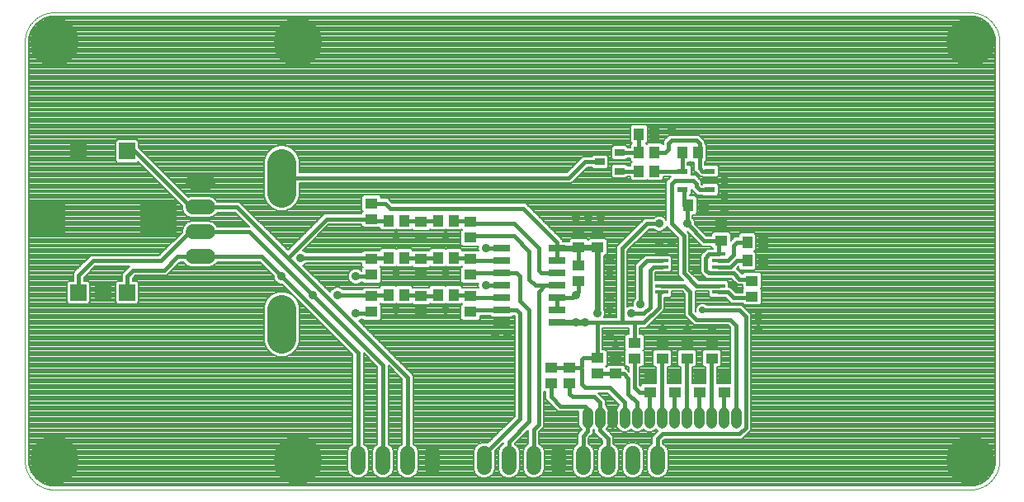
<source format=gtl>
G75*
%MOIN*%
%OFA0B0*%
%FSLAX25Y25*%
%IPPOS*%
%LPD*%
%AMOC8*
5,1,8,0,0,1.08239X$1,22.5*
%
%ADD10C,0.00394*%
%ADD11C,0.04362*%
%ADD12C,0.11811*%
%ADD13R,0.05118X0.04331*%
%ADD14R,0.04331X0.05118*%
%ADD15R,0.03937X0.03150*%
%ADD16R,0.06693X0.06693*%
%ADD17R,0.14961X0.14961*%
%ADD18R,0.04331X0.02362*%
%ADD19C,0.05937*%
%ADD20R,0.06890X0.02756*%
%ADD21R,0.05315X0.01575*%
%ADD22C,0.00787*%
%ADD23C,0.19685*%
%ADD24C,0.03562*%
%ADD25C,0.01600*%
%ADD26C,0.02400*%
%ADD27C,0.02775*%
D10*
X0027595Y0013833D02*
X0027595Y0183125D01*
X0027598Y0183410D01*
X0027609Y0183696D01*
X0027626Y0183981D01*
X0027650Y0184265D01*
X0027681Y0184549D01*
X0027719Y0184832D01*
X0027764Y0185113D01*
X0027815Y0185394D01*
X0027873Y0185674D01*
X0027938Y0185952D01*
X0028010Y0186228D01*
X0028088Y0186502D01*
X0028173Y0186775D01*
X0028265Y0187045D01*
X0028363Y0187313D01*
X0028467Y0187579D01*
X0028578Y0187842D01*
X0028695Y0188102D01*
X0028818Y0188360D01*
X0028948Y0188614D01*
X0029084Y0188865D01*
X0029225Y0189113D01*
X0029373Y0189357D01*
X0029526Y0189598D01*
X0029686Y0189834D01*
X0029851Y0190067D01*
X0030021Y0190296D01*
X0030197Y0190521D01*
X0030379Y0190741D01*
X0030565Y0190957D01*
X0030757Y0191168D01*
X0030954Y0191375D01*
X0031156Y0191577D01*
X0031363Y0191774D01*
X0031574Y0191966D01*
X0031790Y0192152D01*
X0032010Y0192334D01*
X0032235Y0192510D01*
X0032464Y0192680D01*
X0032697Y0192845D01*
X0032933Y0193005D01*
X0033174Y0193158D01*
X0033418Y0193306D01*
X0033666Y0193447D01*
X0033917Y0193583D01*
X0034171Y0193713D01*
X0034429Y0193836D01*
X0034689Y0193953D01*
X0034952Y0194064D01*
X0035218Y0194168D01*
X0035486Y0194266D01*
X0035756Y0194358D01*
X0036029Y0194443D01*
X0036303Y0194521D01*
X0036579Y0194593D01*
X0036857Y0194658D01*
X0037137Y0194716D01*
X0037418Y0194767D01*
X0037699Y0194812D01*
X0037982Y0194850D01*
X0038266Y0194881D01*
X0038550Y0194905D01*
X0038835Y0194922D01*
X0039121Y0194933D01*
X0039406Y0194936D01*
X0409485Y0194936D01*
X0409770Y0194933D01*
X0410056Y0194922D01*
X0410341Y0194905D01*
X0410625Y0194881D01*
X0410909Y0194850D01*
X0411192Y0194812D01*
X0411473Y0194767D01*
X0411754Y0194716D01*
X0412034Y0194658D01*
X0412312Y0194593D01*
X0412588Y0194521D01*
X0412862Y0194443D01*
X0413135Y0194358D01*
X0413405Y0194266D01*
X0413673Y0194168D01*
X0413939Y0194064D01*
X0414202Y0193953D01*
X0414462Y0193836D01*
X0414720Y0193713D01*
X0414974Y0193583D01*
X0415225Y0193447D01*
X0415473Y0193306D01*
X0415717Y0193158D01*
X0415958Y0193005D01*
X0416194Y0192845D01*
X0416427Y0192680D01*
X0416656Y0192510D01*
X0416881Y0192334D01*
X0417101Y0192152D01*
X0417317Y0191966D01*
X0417528Y0191774D01*
X0417735Y0191577D01*
X0417937Y0191375D01*
X0418134Y0191168D01*
X0418326Y0190957D01*
X0418512Y0190741D01*
X0418694Y0190521D01*
X0418870Y0190296D01*
X0419040Y0190067D01*
X0419205Y0189834D01*
X0419365Y0189598D01*
X0419518Y0189357D01*
X0419666Y0189113D01*
X0419807Y0188865D01*
X0419943Y0188614D01*
X0420073Y0188360D01*
X0420196Y0188102D01*
X0420313Y0187842D01*
X0420424Y0187579D01*
X0420528Y0187313D01*
X0420626Y0187045D01*
X0420718Y0186775D01*
X0420803Y0186502D01*
X0420881Y0186228D01*
X0420953Y0185952D01*
X0421018Y0185674D01*
X0421076Y0185394D01*
X0421127Y0185113D01*
X0421172Y0184832D01*
X0421210Y0184549D01*
X0421241Y0184265D01*
X0421265Y0183981D01*
X0421282Y0183696D01*
X0421293Y0183410D01*
X0421296Y0183125D01*
X0421296Y0013833D01*
X0421293Y0013548D01*
X0421282Y0013262D01*
X0421265Y0012977D01*
X0421241Y0012693D01*
X0421210Y0012409D01*
X0421172Y0012126D01*
X0421127Y0011845D01*
X0421076Y0011564D01*
X0421018Y0011284D01*
X0420953Y0011006D01*
X0420881Y0010730D01*
X0420803Y0010456D01*
X0420718Y0010183D01*
X0420626Y0009913D01*
X0420528Y0009645D01*
X0420424Y0009379D01*
X0420313Y0009116D01*
X0420196Y0008856D01*
X0420073Y0008598D01*
X0419943Y0008344D01*
X0419807Y0008093D01*
X0419666Y0007845D01*
X0419518Y0007601D01*
X0419365Y0007360D01*
X0419205Y0007124D01*
X0419040Y0006891D01*
X0418870Y0006662D01*
X0418694Y0006437D01*
X0418512Y0006217D01*
X0418326Y0006001D01*
X0418134Y0005790D01*
X0417937Y0005583D01*
X0417735Y0005381D01*
X0417528Y0005184D01*
X0417317Y0004992D01*
X0417101Y0004806D01*
X0416881Y0004624D01*
X0416656Y0004448D01*
X0416427Y0004278D01*
X0416194Y0004113D01*
X0415958Y0003953D01*
X0415717Y0003800D01*
X0415473Y0003652D01*
X0415225Y0003511D01*
X0414974Y0003375D01*
X0414720Y0003245D01*
X0414462Y0003122D01*
X0414202Y0003005D01*
X0413939Y0002894D01*
X0413673Y0002790D01*
X0413405Y0002692D01*
X0413135Y0002600D01*
X0412862Y0002515D01*
X0412588Y0002437D01*
X0412312Y0002365D01*
X0412034Y0002300D01*
X0411754Y0002242D01*
X0411473Y0002191D01*
X0411192Y0002146D01*
X0410909Y0002108D01*
X0410625Y0002077D01*
X0410341Y0002053D01*
X0410056Y0002036D01*
X0409770Y0002025D01*
X0409485Y0002022D01*
X0039406Y0002022D01*
X0039121Y0002025D01*
X0038835Y0002036D01*
X0038550Y0002053D01*
X0038266Y0002077D01*
X0037982Y0002108D01*
X0037699Y0002146D01*
X0037418Y0002191D01*
X0037137Y0002242D01*
X0036857Y0002300D01*
X0036579Y0002365D01*
X0036303Y0002437D01*
X0036029Y0002515D01*
X0035756Y0002600D01*
X0035486Y0002692D01*
X0035218Y0002790D01*
X0034952Y0002894D01*
X0034689Y0003005D01*
X0034429Y0003122D01*
X0034171Y0003245D01*
X0033917Y0003375D01*
X0033666Y0003511D01*
X0033418Y0003652D01*
X0033174Y0003800D01*
X0032933Y0003953D01*
X0032697Y0004113D01*
X0032464Y0004278D01*
X0032235Y0004448D01*
X0032010Y0004624D01*
X0031790Y0004806D01*
X0031574Y0004992D01*
X0031363Y0005184D01*
X0031156Y0005381D01*
X0030954Y0005583D01*
X0030757Y0005790D01*
X0030565Y0006001D01*
X0030379Y0006217D01*
X0030197Y0006437D01*
X0030021Y0006662D01*
X0029851Y0006891D01*
X0029686Y0007124D01*
X0029526Y0007360D01*
X0029373Y0007601D01*
X0029225Y0007845D01*
X0029084Y0008093D01*
X0028948Y0008344D01*
X0028818Y0008598D01*
X0028695Y0008856D01*
X0028578Y0009116D01*
X0028467Y0009379D01*
X0028363Y0009645D01*
X0028265Y0009913D01*
X0028173Y0010183D01*
X0028088Y0010456D01*
X0028010Y0010730D01*
X0027938Y0011006D01*
X0027873Y0011284D01*
X0027815Y0011564D01*
X0027764Y0011845D01*
X0027719Y0012126D01*
X0027681Y0012409D01*
X0027650Y0012693D01*
X0027626Y0012977D01*
X0027609Y0013262D01*
X0027598Y0013548D01*
X0027595Y0013833D01*
D11*
X0254879Y0028975D02*
X0254879Y0033337D01*
X0259879Y0033337D02*
X0259879Y0028975D01*
X0264879Y0028975D02*
X0264879Y0033337D01*
X0269879Y0033337D02*
X0269879Y0028975D01*
X0274879Y0028975D02*
X0274879Y0033337D01*
X0279879Y0033337D02*
X0279879Y0028975D01*
X0284879Y0028975D02*
X0284879Y0033337D01*
X0289879Y0033337D02*
X0289879Y0028975D01*
X0294879Y0028975D02*
X0294879Y0033337D01*
X0299879Y0033337D02*
X0299879Y0028975D01*
X0304879Y0028975D02*
X0304879Y0033337D01*
X0309879Y0033337D02*
X0309879Y0028975D01*
X0314879Y0028975D02*
X0314879Y0033337D01*
D12*
X0131335Y0063046D02*
X0131335Y0074857D01*
X0131335Y0122101D02*
X0131335Y0133912D01*
D13*
X0167595Y0117672D03*
X0167595Y0111373D03*
X0187595Y0110172D03*
X0187595Y0103873D03*
X0187595Y0095172D03*
X0187595Y0088873D03*
X0187595Y0080172D03*
X0187595Y0073873D03*
X0207595Y0073873D03*
X0207595Y0080172D03*
X0207595Y0088873D03*
X0207595Y0095172D03*
X0207595Y0103873D03*
X0207595Y0110172D03*
X0167595Y0095172D03*
X0167595Y0088873D03*
X0167595Y0080172D03*
X0167595Y0073873D03*
X0240095Y0051422D03*
X0247595Y0051422D03*
X0247595Y0045123D03*
X0240095Y0045123D03*
X0258845Y0048873D03*
X0266345Y0048873D03*
X0266345Y0055172D03*
X0258845Y0055172D03*
X0273845Y0055123D03*
X0273845Y0061422D03*
X0285095Y0061422D03*
X0295095Y0061422D03*
X0305095Y0061422D03*
X0305095Y0055123D03*
X0295095Y0055123D03*
X0285095Y0055123D03*
X0280095Y0047672D03*
X0290095Y0047672D03*
X0300095Y0047672D03*
X0300095Y0041373D03*
X0290095Y0041373D03*
X0280095Y0041373D03*
X0310095Y0041373D03*
X0310095Y0047672D03*
X0321345Y0080123D03*
X0321345Y0086422D03*
X0308845Y0102623D03*
X0308845Y0108922D03*
X0258845Y0106422D03*
X0258845Y0100123D03*
X0251345Y0100123D03*
X0251345Y0106422D03*
X0251345Y0092672D03*
X0251345Y0086373D03*
D14*
X0200745Y0080772D03*
X0194446Y0080772D03*
X0180745Y0080772D03*
X0174446Y0080772D03*
X0174446Y0095772D03*
X0180745Y0095772D03*
X0194446Y0095772D03*
X0200745Y0095772D03*
X0200745Y0110772D03*
X0194446Y0110772D03*
X0180745Y0110772D03*
X0174446Y0110772D03*
X0275696Y0130772D03*
X0281995Y0130772D03*
X0281995Y0138272D03*
X0275696Y0138272D03*
X0275696Y0145772D03*
X0281995Y0145772D03*
X0293196Y0138272D03*
X0299495Y0138272D03*
X0301995Y0117022D03*
X0295696Y0117022D03*
X0319446Y0102022D03*
X0325745Y0102022D03*
X0325745Y0094522D03*
X0319446Y0094522D03*
D15*
X0267782Y0130782D03*
X0259908Y0134522D03*
X0267782Y0138262D03*
D16*
X0068934Y0138833D03*
X0049249Y0138833D03*
X0049249Y0081747D03*
X0059091Y0081747D03*
X0068934Y0081747D03*
D17*
X0081532Y0111274D03*
X0036650Y0111274D03*
D18*
X0293333Y0123282D03*
X0304357Y0123282D03*
X0304357Y0127022D03*
X0304357Y0130762D03*
X0293333Y0130762D03*
D19*
X0101430Y0126274D02*
X0095493Y0126274D01*
X0095493Y0116274D02*
X0101430Y0116274D01*
X0101430Y0106274D02*
X0095493Y0106274D01*
X0095493Y0096274D02*
X0101430Y0096274D01*
X0162201Y0016802D02*
X0162201Y0010865D01*
X0172201Y0010865D02*
X0172201Y0016802D01*
X0182201Y0016802D02*
X0182201Y0010865D01*
X0192201Y0010865D02*
X0192201Y0016802D01*
X0213068Y0016802D02*
X0213068Y0010865D01*
X0223068Y0010865D02*
X0223068Y0016802D01*
X0233068Y0016802D02*
X0233068Y0010865D01*
X0243068Y0010865D02*
X0243068Y0016802D01*
X0253068Y0016802D02*
X0253068Y0010865D01*
X0263068Y0010865D02*
X0263068Y0016802D01*
X0273068Y0016802D02*
X0273068Y0010865D01*
X0283068Y0010865D02*
X0283068Y0016802D01*
D20*
X0242467Y0069522D03*
X0242467Y0074522D03*
X0242467Y0079522D03*
X0242467Y0084522D03*
X0242467Y0089522D03*
X0242467Y0094522D03*
X0242467Y0099522D03*
X0220223Y0099522D03*
X0220223Y0094522D03*
X0220223Y0089522D03*
X0220223Y0084522D03*
X0220223Y0079522D03*
X0220223Y0074522D03*
X0220223Y0069522D03*
D21*
X0284829Y0081845D03*
X0284829Y0084404D03*
X0284829Y0086963D03*
X0284829Y0089522D03*
X0284829Y0092081D03*
X0284829Y0094640D03*
X0284829Y0097199D03*
X0307861Y0097199D03*
X0307861Y0094640D03*
X0307861Y0092081D03*
X0307861Y0089522D03*
X0307861Y0086963D03*
X0307861Y0084404D03*
X0307861Y0081845D03*
D22*
X0306946Y0079680D02*
X0304633Y0079680D01*
X0303825Y0080487D01*
X0303825Y0082226D01*
X0298523Y0082226D01*
X0298523Y0074174D01*
X0298580Y0074118D01*
X0298580Y0075072D01*
X0299001Y0076089D01*
X0299779Y0076867D01*
X0300795Y0077288D01*
X0301895Y0077288D01*
X0302912Y0076867D01*
X0303078Y0076700D01*
X0317247Y0076700D01*
X0318523Y0075424D01*
X0321023Y0072924D01*
X0321023Y0026120D01*
X0319747Y0024844D01*
X0319747Y0024844D01*
X0318523Y0023620D01*
X0318523Y0023620D01*
X0317247Y0022344D01*
X0285997Y0022344D01*
X0285246Y0021593D01*
X0285246Y0020604D01*
X0285530Y0020487D01*
X0286752Y0019264D01*
X0287414Y0017666D01*
X0287414Y0010000D01*
X0286752Y0008403D01*
X0285530Y0007180D01*
X0283932Y0006518D01*
X0282203Y0006518D01*
X0280606Y0007180D01*
X0279383Y0008403D01*
X0278721Y0010000D01*
X0278721Y0017666D01*
X0279383Y0019264D01*
X0280606Y0020487D01*
X0280890Y0020604D01*
X0280890Y0023397D01*
X0282917Y0025424D01*
X0283278Y0025786D01*
X0282863Y0025958D01*
X0282379Y0026442D01*
X0281895Y0025958D01*
X0280587Y0025416D01*
X0279171Y0025416D01*
X0277863Y0025958D01*
X0277379Y0026442D01*
X0276895Y0025958D01*
X0275587Y0025416D01*
X0274171Y0025416D01*
X0272863Y0025958D01*
X0272379Y0026442D01*
X0271895Y0025958D01*
X0270587Y0025416D01*
X0269171Y0025416D01*
X0267863Y0025958D01*
X0266861Y0026959D01*
X0266320Y0028267D01*
X0266320Y0034045D01*
X0266861Y0035353D01*
X0267701Y0036193D01*
X0267701Y0036337D01*
X0262943Y0041094D01*
X0259103Y0041094D01*
X0259773Y0040424D01*
X0260781Y0039417D01*
X0260781Y0039417D01*
X0262057Y0038141D01*
X0262057Y0036193D01*
X0262896Y0035353D01*
X0263438Y0034045D01*
X0263438Y0028267D01*
X0262896Y0026959D01*
X0262442Y0026505D01*
X0265246Y0023702D01*
X0265246Y0020604D01*
X0265530Y0020487D01*
X0266752Y0019264D01*
X0267414Y0017666D01*
X0267414Y0010000D01*
X0266752Y0008403D01*
X0265530Y0007180D01*
X0263932Y0006518D01*
X0262203Y0006518D01*
X0260606Y0007180D01*
X0259383Y0008403D01*
X0258721Y0010000D01*
X0258721Y0017666D01*
X0259383Y0019264D01*
X0260606Y0020487D01*
X0260890Y0020604D01*
X0260890Y0021898D01*
X0258976Y0023811D01*
X0257701Y0025087D01*
X0257701Y0026120D01*
X0257379Y0026442D01*
X0257057Y0026120D01*
X0257057Y0024654D01*
X0255246Y0022843D01*
X0255246Y0020604D01*
X0255530Y0020487D01*
X0256752Y0019264D01*
X0257414Y0017666D01*
X0257414Y0010000D01*
X0256752Y0008403D01*
X0255530Y0007180D01*
X0253932Y0006518D01*
X0252203Y0006518D01*
X0250606Y0007180D01*
X0249383Y0008403D01*
X0248721Y0010000D01*
X0248721Y0017666D01*
X0249383Y0019264D01*
X0250606Y0020487D01*
X0250890Y0020604D01*
X0250890Y0024647D01*
X0252165Y0025923D01*
X0252532Y0026289D01*
X0251861Y0026959D01*
X0251320Y0028267D01*
X0251320Y0033594D01*
X0242943Y0033594D01*
X0239193Y0037344D01*
X0237917Y0038620D01*
X0237917Y0041579D01*
X0237273Y0041579D01*
X0237273Y0027370D01*
X0235246Y0025343D01*
X0235246Y0020604D01*
X0235530Y0020487D01*
X0236752Y0019264D01*
X0237414Y0017666D01*
X0237414Y0010000D01*
X0236752Y0008403D01*
X0235530Y0007180D01*
X0233932Y0006518D01*
X0232203Y0006518D01*
X0230606Y0007180D01*
X0229383Y0008403D01*
X0228721Y0010000D01*
X0228721Y0017666D01*
X0229383Y0019264D01*
X0230606Y0020487D01*
X0230890Y0020604D01*
X0230890Y0025987D01*
X0225431Y0020528D01*
X0225530Y0020487D01*
X0226752Y0019264D01*
X0227414Y0017666D01*
X0227414Y0010000D01*
X0226752Y0008403D01*
X0225530Y0007180D01*
X0223932Y0006518D01*
X0222203Y0006518D01*
X0220606Y0007180D01*
X0219383Y0008403D01*
X0218721Y0010000D01*
X0218721Y0017666D01*
X0219383Y0019264D01*
X0220606Y0020487D01*
X0220890Y0020604D01*
X0220890Y0020987D01*
X0217414Y0017511D01*
X0217414Y0010000D01*
X0216752Y0008403D01*
X0215530Y0007180D01*
X0213932Y0006518D01*
X0212203Y0006518D01*
X0210606Y0007180D01*
X0209383Y0008403D01*
X0208721Y0010000D01*
X0208721Y0017666D01*
X0209383Y0019264D01*
X0210606Y0020487D01*
X0212203Y0021148D01*
X0213932Y0021148D01*
X0214610Y0020867D01*
X0225417Y0031674D01*
X0225417Y0072344D01*
X0224817Y0072344D01*
X0224239Y0071766D01*
X0216207Y0071766D01*
X0215629Y0072344D01*
X0211532Y0072344D01*
X0211532Y0071137D01*
X0210725Y0070329D01*
X0204465Y0070329D01*
X0203658Y0071137D01*
X0203658Y0076609D01*
X0204072Y0077022D01*
X0203870Y0077224D01*
X0203481Y0076835D01*
X0198009Y0076835D01*
X0197595Y0077249D01*
X0197182Y0076835D01*
X0191709Y0076835D01*
X0191321Y0077224D01*
X0190725Y0076629D01*
X0184465Y0076629D01*
X0183870Y0077224D01*
X0183481Y0076835D01*
X0178009Y0076835D01*
X0177595Y0077249D01*
X0177182Y0076835D01*
X0171709Y0076835D01*
X0171321Y0077224D01*
X0171119Y0077022D01*
X0171532Y0076609D01*
X0171532Y0071137D01*
X0170725Y0070329D01*
X0164465Y0070329D01*
X0163691Y0071104D01*
X0163645Y0071104D01*
X0163135Y0070594D01*
X0162405Y0070292D01*
X0183104Y0049594D01*
X0183104Y0049594D01*
X0184379Y0048318D01*
X0184379Y0020604D01*
X0184663Y0020487D01*
X0185886Y0019264D01*
X0186548Y0017666D01*
X0186548Y0010000D01*
X0185886Y0008403D01*
X0184663Y0007180D01*
X0183066Y0006518D01*
X0181337Y0006518D01*
X0179739Y0007180D01*
X0178517Y0008403D01*
X0177855Y0010000D01*
X0177855Y0017666D01*
X0178517Y0019264D01*
X0179739Y0020487D01*
X0180023Y0020604D01*
X0180023Y0046514D01*
X0174379Y0052158D01*
X0174379Y0020604D01*
X0174663Y0020487D01*
X0175886Y0019264D01*
X0176548Y0017666D01*
X0176548Y0010000D01*
X0175886Y0008403D01*
X0174663Y0007180D01*
X0173066Y0006518D01*
X0171337Y0006518D01*
X0169739Y0007180D01*
X0168517Y0008403D01*
X0167855Y0010000D01*
X0167855Y0017666D01*
X0168517Y0019264D01*
X0169739Y0020487D01*
X0170023Y0020604D01*
X0170023Y0051514D01*
X0164379Y0057158D01*
X0164379Y0020604D01*
X0164663Y0020487D01*
X0165886Y0019264D01*
X0166548Y0017666D01*
X0166548Y0010000D01*
X0165886Y0008403D01*
X0164663Y0007180D01*
X0163066Y0006518D01*
X0161337Y0006518D01*
X0159739Y0007180D01*
X0158517Y0008403D01*
X0157855Y0010000D01*
X0157855Y0017666D01*
X0158517Y0019264D01*
X0159739Y0020487D01*
X0160023Y0020604D01*
X0160023Y0056514D01*
X0131424Y0085113D01*
X0130717Y0085113D01*
X0129556Y0085594D01*
X0128667Y0086483D01*
X0128186Y0087644D01*
X0128186Y0088351D01*
X0122441Y0094096D01*
X0105232Y0094096D01*
X0105115Y0093812D01*
X0103892Y0092590D01*
X0102294Y0091928D01*
X0094628Y0091928D01*
X0093031Y0092590D01*
X0091808Y0093812D01*
X0091690Y0094096D01*
X0090249Y0094096D01*
X0084747Y0088594D01*
X0072247Y0088594D01*
X0071112Y0087459D01*
X0071112Y0086471D01*
X0072851Y0086471D01*
X0073658Y0085664D01*
X0073658Y0077829D01*
X0072851Y0077022D01*
X0065016Y0077022D01*
X0064209Y0077829D01*
X0064209Y0085664D01*
X0065016Y0086471D01*
X0066756Y0086471D01*
X0066756Y0089263D01*
X0069167Y0091674D01*
X0069837Y0092344D01*
X0055997Y0092344D01*
X0051427Y0087774D01*
X0051427Y0086471D01*
X0053166Y0086471D01*
X0053973Y0085664D01*
X0053973Y0077829D01*
X0053166Y0077022D01*
X0045331Y0077022D01*
X0044524Y0077829D01*
X0044524Y0085664D01*
X0045331Y0086471D01*
X0047071Y0086471D01*
X0047071Y0089578D01*
X0048347Y0090854D01*
X0054193Y0096700D01*
X0081693Y0096700D01*
X0091146Y0106154D01*
X0091146Y0107139D01*
X0091808Y0108736D01*
X0093031Y0109959D01*
X0094628Y0110621D01*
X0102294Y0110621D01*
X0103892Y0109959D01*
X0105115Y0108736D01*
X0105232Y0108452D01*
X0118085Y0108452D01*
X0112441Y0114096D01*
X0105232Y0114096D01*
X0105115Y0113812D01*
X0103892Y0112590D01*
X0102294Y0111928D01*
X0094628Y0111928D01*
X0093031Y0112590D01*
X0091808Y0113812D01*
X0091146Y0115410D01*
X0091146Y0116641D01*
X0073265Y0134523D01*
X0072851Y0134109D01*
X0065016Y0134109D01*
X0064209Y0134916D01*
X0064209Y0142751D01*
X0065016Y0143558D01*
X0072851Y0143558D01*
X0073658Y0142751D01*
X0073658Y0140289D01*
X0074212Y0139735D01*
X0093708Y0120240D01*
X0094628Y0120621D01*
X0102294Y0120621D01*
X0103892Y0119959D01*
X0105115Y0118736D01*
X0105232Y0118452D01*
X0114245Y0118452D01*
X0133845Y0098852D01*
X0148543Y0113551D01*
X0163658Y0113551D01*
X0163658Y0114109D01*
X0164072Y0114522D01*
X0163658Y0114936D01*
X0163658Y0120408D01*
X0164465Y0121215D01*
X0170725Y0121215D01*
X0171532Y0120408D01*
X0171532Y0119850D01*
X0174098Y0119850D01*
X0175997Y0117950D01*
X0229747Y0117950D01*
X0243497Y0104200D01*
X0244773Y0102924D01*
X0244773Y0102278D01*
X0246483Y0102278D01*
X0246533Y0102228D01*
X0247408Y0102228D01*
X0247408Y0102859D01*
X0248215Y0103666D01*
X0254475Y0103666D01*
X0255095Y0103046D01*
X0255715Y0103666D01*
X0261975Y0103666D01*
X0262782Y0102859D01*
X0262782Y0097387D01*
X0261975Y0096579D01*
X0261423Y0096579D01*
X0261423Y0075162D01*
X0261523Y0075062D01*
X0262004Y0073901D01*
X0262004Y0072644D01*
X0261613Y0071700D01*
X0266667Y0071700D01*
X0266667Y0100424D01*
X0276667Y0110424D01*
X0277943Y0111700D01*
X0281555Y0111700D01*
X0282056Y0112200D01*
X0283217Y0112681D01*
X0284474Y0112681D01*
X0285635Y0112200D01*
X0286523Y0111312D01*
X0286667Y0110964D01*
X0286667Y0126674D01*
X0287943Y0127950D01*
X0288577Y0128585D01*
X0285538Y0128585D01*
X0285538Y0127642D01*
X0284731Y0126835D01*
X0279259Y0126835D01*
X0278845Y0127249D01*
X0278432Y0126835D01*
X0272959Y0126835D01*
X0272152Y0127642D01*
X0272152Y0128604D01*
X0271096Y0128604D01*
X0270321Y0127829D01*
X0265243Y0127829D01*
X0264436Y0128637D01*
X0264436Y0132928D01*
X0265243Y0133735D01*
X0270321Y0133735D01*
X0271096Y0132960D01*
X0272152Y0132960D01*
X0272152Y0133902D01*
X0272772Y0134522D01*
X0272152Y0135142D01*
X0272152Y0136085D01*
X0271096Y0136085D01*
X0270321Y0135310D01*
X0265243Y0135310D01*
X0264436Y0136117D01*
X0264436Y0140408D01*
X0265243Y0141215D01*
X0270321Y0141215D01*
X0271096Y0140440D01*
X0272152Y0140440D01*
X0272152Y0141402D01*
X0272772Y0142022D01*
X0272152Y0142642D01*
X0272152Y0148902D01*
X0272959Y0149709D01*
X0278432Y0149709D01*
X0279239Y0148902D01*
X0279239Y0142642D01*
X0278619Y0142022D01*
X0278845Y0141796D01*
X0279259Y0142209D01*
X0284731Y0142209D01*
X0285417Y0141523D01*
X0285417Y0142924D01*
X0286693Y0144200D01*
X0286693Y0144200D01*
X0287943Y0145450D01*
X0299747Y0145450D01*
X0300997Y0144200D01*
X0300997Y0144200D01*
X0302273Y0142924D01*
X0302273Y0142167D01*
X0303038Y0141402D01*
X0303038Y0135142D01*
X0302273Y0134378D01*
X0302273Y0133322D01*
X0307093Y0133322D01*
X0307900Y0132514D01*
X0307900Y0129011D01*
X0307093Y0128203D01*
X0301621Y0128203D01*
X0301240Y0128585D01*
X0300453Y0128585D01*
X0299193Y0129844D01*
X0297917Y0131120D01*
X0297917Y0134335D01*
X0296759Y0134335D01*
X0296345Y0134749D01*
X0295932Y0134335D01*
X0295373Y0134335D01*
X0295373Y0133322D01*
X0296069Y0133322D01*
X0296877Y0132514D01*
X0296877Y0129200D01*
X0298497Y0129200D01*
X0299773Y0127924D01*
X0301023Y0126674D01*
X0301023Y0125460D01*
X0301240Y0125460D01*
X0301621Y0125841D01*
X0307093Y0125841D01*
X0307900Y0125034D01*
X0307900Y0121530D01*
X0307093Y0120723D01*
X0301621Y0120723D01*
X0301240Y0121104D01*
X0299183Y0121104D01*
X0297943Y0122344D01*
X0296877Y0123411D01*
X0296877Y0121530D01*
X0296306Y0120959D01*
X0298432Y0120959D01*
X0299239Y0120152D01*
X0299239Y0113892D01*
X0298432Y0113085D01*
X0297273Y0113085D01*
X0297273Y0111812D01*
X0297773Y0111312D01*
X0298254Y0110151D01*
X0298254Y0109443D01*
X0302897Y0104801D01*
X0304908Y0104801D01*
X0304908Y0105359D01*
X0305715Y0106166D01*
X0311975Y0106166D01*
X0312782Y0105359D01*
X0312782Y0102789D01*
X0312943Y0102950D01*
X0312943Y0102950D01*
X0314193Y0104200D01*
X0315902Y0104200D01*
X0315902Y0105152D01*
X0316709Y0105959D01*
X0322182Y0105959D01*
X0322989Y0105152D01*
X0322989Y0098892D01*
X0322369Y0098272D01*
X0322989Y0097652D01*
X0322989Y0091392D01*
X0322182Y0090585D01*
X0316709Y0090585D01*
X0315902Y0091392D01*
X0315902Y0092249D01*
X0315050Y0091397D01*
X0317247Y0089200D01*
X0317450Y0089200D01*
X0318215Y0089965D01*
X0324475Y0089965D01*
X0325282Y0089158D01*
X0325282Y0083686D01*
X0324869Y0083272D01*
X0325282Y0082859D01*
X0325282Y0077387D01*
X0324475Y0076579D01*
X0318215Y0076579D01*
X0317450Y0077344D01*
X0312943Y0077344D01*
X0311667Y0078620D01*
X0310620Y0079667D01*
X0306959Y0079667D01*
X0306946Y0079680D01*
X0304485Y0079828D02*
X0298523Y0079828D01*
X0298523Y0080614D02*
X0303825Y0080614D01*
X0303825Y0081400D02*
X0298523Y0081400D01*
X0298523Y0082185D02*
X0303825Y0082185D01*
X0299865Y0086582D02*
X0296023Y0090424D01*
X0296023Y0105424D01*
X0295084Y0106363D01*
X0295174Y0106363D01*
X0299817Y0101721D01*
X0301093Y0100445D01*
X0304908Y0100445D01*
X0304908Y0099887D01*
X0305417Y0099377D01*
X0303120Y0099377D01*
X0301844Y0098102D01*
X0301844Y0098102D01*
X0301693Y0097950D01*
X0300417Y0096674D01*
X0300417Y0089870D01*
X0301693Y0088594D01*
X0302943Y0087344D01*
X0312943Y0087344D01*
X0315443Y0084844D01*
X0317408Y0084844D01*
X0317408Y0083686D01*
X0317822Y0083272D01*
X0317408Y0082859D01*
X0317408Y0081700D01*
X0314747Y0081700D01*
X0312424Y0084023D01*
X0311896Y0084023D01*
X0311896Y0085762D01*
X0311089Y0086570D01*
X0308776Y0086570D01*
X0308763Y0086582D01*
X0299865Y0086582D01*
X0299547Y0086901D02*
X0313386Y0086901D01*
X0314172Y0086115D02*
X0311544Y0086115D01*
X0311896Y0085329D02*
X0314958Y0085329D01*
X0317408Y0084543D02*
X0311896Y0084543D01*
X0312690Y0083757D02*
X0317408Y0083757D01*
X0317521Y0082971D02*
X0313476Y0082971D01*
X0314262Y0082185D02*
X0317408Y0082185D01*
X0312031Y0078256D02*
X0298523Y0078256D01*
X0298523Y0079042D02*
X0311246Y0079042D01*
X0312817Y0077470D02*
X0298523Y0077470D01*
X0298523Y0076684D02*
X0299596Y0076684D01*
X0298922Y0075898D02*
X0298523Y0075898D01*
X0298523Y0075112D02*
X0298596Y0075112D01*
X0298580Y0074326D02*
X0298523Y0074326D01*
X0294167Y0074326D02*
X0285479Y0074326D01*
X0286023Y0074870D02*
X0286023Y0079680D01*
X0288058Y0079680D01*
X0288865Y0080487D01*
X0288865Y0082226D01*
X0293061Y0082226D01*
X0294167Y0081120D01*
X0294167Y0072370D01*
X0295443Y0071094D01*
X0296667Y0069870D01*
X0297943Y0068594D01*
X0311693Y0068594D01*
X0312701Y0067587D01*
X0312701Y0044916D01*
X0307057Y0044916D01*
X0307057Y0051579D01*
X0308225Y0051579D01*
X0309032Y0052387D01*
X0309032Y0057859D01*
X0308225Y0058666D01*
X0301965Y0058666D01*
X0301158Y0057859D01*
X0301158Y0052387D01*
X0301965Y0051579D01*
X0302701Y0051579D01*
X0302701Y0044916D01*
X0297057Y0044916D01*
X0297057Y0051579D01*
X0298225Y0051579D01*
X0299032Y0052387D01*
X0299032Y0057859D01*
X0298225Y0058666D01*
X0291965Y0058666D01*
X0291158Y0057859D01*
X0291158Y0052387D01*
X0291965Y0051579D01*
X0292701Y0051579D01*
X0292701Y0044916D01*
X0287057Y0044916D01*
X0287057Y0051579D01*
X0288225Y0051579D01*
X0289032Y0052387D01*
X0289032Y0057859D01*
X0288225Y0058666D01*
X0281965Y0058666D01*
X0281158Y0057859D01*
X0281158Y0052387D01*
X0281965Y0051579D01*
X0282701Y0051579D01*
X0282701Y0044916D01*
X0276965Y0044916D01*
X0276158Y0044109D01*
X0276158Y0044039D01*
X0276023Y0044174D01*
X0276023Y0051579D01*
X0276975Y0051579D01*
X0277782Y0052387D01*
X0277782Y0057859D01*
X0277369Y0058272D01*
X0277782Y0058686D01*
X0277782Y0064158D01*
X0276975Y0064965D01*
X0276023Y0064965D01*
X0276023Y0067344D01*
X0278497Y0067344D01*
X0284747Y0073594D01*
X0284747Y0073594D01*
X0286023Y0074870D01*
X0286023Y0075112D02*
X0294167Y0075112D01*
X0294167Y0075898D02*
X0286023Y0075898D01*
X0286023Y0076684D02*
X0294167Y0076684D01*
X0294167Y0077470D02*
X0286023Y0077470D01*
X0286023Y0078256D02*
X0294167Y0078256D01*
X0294167Y0079042D02*
X0286023Y0079042D01*
X0288206Y0079828D02*
X0294167Y0079828D01*
X0294167Y0080614D02*
X0288865Y0080614D01*
X0288865Y0081400D02*
X0293888Y0081400D01*
X0293102Y0082185D02*
X0288865Y0082185D01*
X0293705Y0086582D02*
X0283927Y0086582D01*
X0283915Y0086570D01*
X0282273Y0086570D01*
X0282273Y0089870D01*
X0282306Y0089903D01*
X0285732Y0089903D01*
X0285744Y0089916D01*
X0288058Y0089916D01*
X0288865Y0090723D01*
X0288865Y0095999D01*
X0288058Y0096806D01*
X0285744Y0096806D01*
X0285732Y0096818D01*
X0278061Y0096818D01*
X0275443Y0094200D01*
X0274167Y0092924D01*
X0274167Y0079312D01*
X0273667Y0078812D01*
X0273186Y0077651D01*
X0273186Y0076431D01*
X0271967Y0076431D01*
X0271023Y0076040D01*
X0271023Y0098620D01*
X0279747Y0107344D01*
X0281555Y0107344D01*
X0282056Y0106844D01*
X0283217Y0106363D01*
X0284474Y0106363D01*
X0285635Y0106844D01*
X0286523Y0107733D01*
X0286825Y0108462D01*
X0291667Y0103620D01*
X0291667Y0088620D01*
X0293705Y0086582D01*
X0293386Y0086901D02*
X0282273Y0086901D01*
X0282273Y0087687D02*
X0292601Y0087687D01*
X0291815Y0088473D02*
X0282273Y0088473D01*
X0282273Y0089259D02*
X0291667Y0089259D01*
X0291667Y0090045D02*
X0288186Y0090045D01*
X0288865Y0090830D02*
X0291667Y0090830D01*
X0291667Y0091616D02*
X0288865Y0091616D01*
X0288865Y0092402D02*
X0291667Y0092402D01*
X0291667Y0093188D02*
X0288865Y0093188D01*
X0288865Y0093974D02*
X0291667Y0093974D01*
X0291667Y0094760D02*
X0288865Y0094760D01*
X0288865Y0095546D02*
X0291667Y0095546D01*
X0291667Y0096332D02*
X0288532Y0096332D01*
X0291667Y0097118D02*
X0271023Y0097118D01*
X0271023Y0097904D02*
X0291667Y0097904D01*
X0291667Y0098690D02*
X0271093Y0098690D01*
X0271878Y0099476D02*
X0291667Y0099476D01*
X0291667Y0100261D02*
X0272664Y0100261D01*
X0273450Y0101047D02*
X0291667Y0101047D01*
X0291667Y0101833D02*
X0274236Y0101833D01*
X0275022Y0102619D02*
X0291667Y0102619D01*
X0291667Y0103405D02*
X0275808Y0103405D01*
X0276594Y0104191D02*
X0291096Y0104191D01*
X0290310Y0104977D02*
X0277380Y0104977D01*
X0278166Y0105763D02*
X0289525Y0105763D01*
X0288739Y0106549D02*
X0284921Y0106549D01*
X0286125Y0107335D02*
X0287953Y0107335D01*
X0287167Y0108121D02*
X0286684Y0108121D01*
X0282769Y0106549D02*
X0278952Y0106549D01*
X0279738Y0107335D02*
X0281565Y0107335D01*
X0276721Y0110478D02*
X0237219Y0110478D01*
X0238005Y0109692D02*
X0275935Y0109692D01*
X0275149Y0108906D02*
X0238791Y0108906D01*
X0239577Y0108121D02*
X0274363Y0108121D01*
X0273577Y0107335D02*
X0240363Y0107335D01*
X0241149Y0106549D02*
X0272791Y0106549D01*
X0272006Y0105763D02*
X0241935Y0105763D01*
X0242721Y0104977D02*
X0271220Y0104977D01*
X0270434Y0104191D02*
X0243507Y0104191D01*
X0244292Y0103405D02*
X0247954Y0103405D01*
X0247408Y0102619D02*
X0244773Y0102619D01*
X0254736Y0103405D02*
X0255454Y0103405D01*
X0262236Y0103405D02*
X0269648Y0103405D01*
X0268862Y0102619D02*
X0262782Y0102619D01*
X0262782Y0101833D02*
X0268076Y0101833D01*
X0267290Y0101047D02*
X0262782Y0101047D01*
X0262782Y0100261D02*
X0266667Y0100261D01*
X0266667Y0099476D02*
X0262782Y0099476D01*
X0262782Y0098690D02*
X0266667Y0098690D01*
X0266667Y0097904D02*
X0262782Y0097904D01*
X0262513Y0097118D02*
X0266667Y0097118D01*
X0266667Y0096332D02*
X0261423Y0096332D01*
X0261423Y0095546D02*
X0266667Y0095546D01*
X0266667Y0094760D02*
X0261423Y0094760D01*
X0261423Y0093974D02*
X0266667Y0093974D01*
X0266667Y0093188D02*
X0261423Y0093188D01*
X0261423Y0092402D02*
X0266667Y0092402D01*
X0266667Y0091616D02*
X0261423Y0091616D01*
X0261423Y0090830D02*
X0266667Y0090830D01*
X0266667Y0090045D02*
X0261423Y0090045D01*
X0261423Y0089259D02*
X0266667Y0089259D01*
X0266667Y0088473D02*
X0261423Y0088473D01*
X0261423Y0087687D02*
X0266667Y0087687D01*
X0266667Y0086901D02*
X0261423Y0086901D01*
X0261423Y0086115D02*
X0266667Y0086115D01*
X0266667Y0085329D02*
X0261423Y0085329D01*
X0261423Y0084543D02*
X0266667Y0084543D01*
X0266667Y0083757D02*
X0261423Y0083757D01*
X0261423Y0082971D02*
X0266667Y0082971D01*
X0266667Y0082185D02*
X0261423Y0082185D01*
X0261423Y0081400D02*
X0266667Y0081400D01*
X0266667Y0080614D02*
X0261423Y0080614D01*
X0261423Y0079828D02*
X0266667Y0079828D01*
X0266667Y0079042D02*
X0261423Y0079042D01*
X0261423Y0078256D02*
X0266667Y0078256D01*
X0266667Y0077470D02*
X0261423Y0077470D01*
X0261423Y0076684D02*
X0266667Y0076684D01*
X0266667Y0075898D02*
X0261423Y0075898D01*
X0261473Y0075112D02*
X0266667Y0075112D01*
X0266667Y0074326D02*
X0261828Y0074326D01*
X0262004Y0073540D02*
X0266667Y0073540D01*
X0266667Y0072754D02*
X0262004Y0072754D01*
X0261724Y0071969D02*
X0266667Y0071969D01*
X0271023Y0076684D02*
X0273186Y0076684D01*
X0273186Y0077470D02*
X0271023Y0077470D01*
X0271023Y0078256D02*
X0273437Y0078256D01*
X0273897Y0079042D02*
X0271023Y0079042D01*
X0271023Y0079828D02*
X0274167Y0079828D01*
X0274167Y0080614D02*
X0271023Y0080614D01*
X0271023Y0081400D02*
X0274167Y0081400D01*
X0274167Y0082185D02*
X0271023Y0082185D01*
X0271023Y0082971D02*
X0274167Y0082971D01*
X0274167Y0083757D02*
X0271023Y0083757D01*
X0271023Y0084543D02*
X0274167Y0084543D01*
X0274167Y0085329D02*
X0271023Y0085329D01*
X0271023Y0086115D02*
X0274167Y0086115D01*
X0274167Y0086901D02*
X0271023Y0086901D01*
X0271023Y0087687D02*
X0274167Y0087687D01*
X0274167Y0088473D02*
X0271023Y0088473D01*
X0271023Y0089259D02*
X0274167Y0089259D01*
X0274167Y0090045D02*
X0271023Y0090045D01*
X0271023Y0090830D02*
X0274167Y0090830D01*
X0274167Y0091616D02*
X0271023Y0091616D01*
X0271023Y0092402D02*
X0274167Y0092402D01*
X0274431Y0093188D02*
X0271023Y0093188D01*
X0271023Y0093974D02*
X0275217Y0093974D01*
X0276003Y0094760D02*
X0271023Y0094760D01*
X0271023Y0095546D02*
X0276789Y0095546D01*
X0277575Y0096332D02*
X0271023Y0096332D01*
X0296023Y0096332D02*
X0300417Y0096332D01*
X0300417Y0095546D02*
X0296023Y0095546D01*
X0296023Y0094760D02*
X0300417Y0094760D01*
X0300417Y0093974D02*
X0296023Y0093974D01*
X0296023Y0093188D02*
X0300417Y0093188D01*
X0300417Y0092402D02*
X0296023Y0092402D01*
X0296023Y0091616D02*
X0300417Y0091616D01*
X0300417Y0090830D02*
X0296023Y0090830D01*
X0296403Y0090045D02*
X0300417Y0090045D01*
X0301029Y0089259D02*
X0297189Y0089259D01*
X0297975Y0088473D02*
X0301815Y0088473D01*
X0302601Y0087687D02*
X0298761Y0087687D01*
X0300861Y0097118D02*
X0296023Y0097118D01*
X0296023Y0097904D02*
X0301646Y0097904D01*
X0301693Y0097950D02*
X0301693Y0097950D01*
X0302432Y0098690D02*
X0296023Y0098690D01*
X0296023Y0099476D02*
X0305319Y0099476D01*
X0304908Y0100261D02*
X0296023Y0100261D01*
X0296023Y0101047D02*
X0300490Y0101047D01*
X0299704Y0101833D02*
X0296023Y0101833D01*
X0296023Y0102619D02*
X0298918Y0102619D01*
X0298132Y0103405D02*
X0296023Y0103405D01*
X0296023Y0104191D02*
X0297346Y0104191D01*
X0296560Y0104977D02*
X0296023Y0104977D01*
X0295775Y0105763D02*
X0295685Y0105763D01*
X0299577Y0108121D02*
X0419705Y0108121D01*
X0419705Y0108906D02*
X0298791Y0108906D01*
X0298254Y0109692D02*
X0419705Y0109692D01*
X0419705Y0110478D02*
X0298118Y0110478D01*
X0297793Y0111264D02*
X0419705Y0111264D01*
X0419705Y0112050D02*
X0297273Y0112050D01*
X0297273Y0112836D02*
X0419705Y0112836D01*
X0419705Y0113622D02*
X0298968Y0113622D01*
X0299239Y0114408D02*
X0419705Y0114408D01*
X0419705Y0115194D02*
X0299239Y0115194D01*
X0299239Y0115980D02*
X0419705Y0115980D01*
X0419705Y0116766D02*
X0299239Y0116766D01*
X0299239Y0117552D02*
X0419705Y0117552D01*
X0419705Y0118337D02*
X0299239Y0118337D01*
X0299239Y0119123D02*
X0419705Y0119123D01*
X0419705Y0119909D02*
X0299239Y0119909D01*
X0298696Y0120695D02*
X0419705Y0120695D01*
X0419705Y0121481D02*
X0307851Y0121481D01*
X0307900Y0122267D02*
X0419705Y0122267D01*
X0419705Y0123053D02*
X0307900Y0123053D01*
X0307900Y0123839D02*
X0419705Y0123839D01*
X0419705Y0124625D02*
X0307900Y0124625D01*
X0307524Y0125411D02*
X0419705Y0125411D01*
X0419705Y0126197D02*
X0301023Y0126197D01*
X0300715Y0126982D02*
X0419705Y0126982D01*
X0419705Y0127768D02*
X0299929Y0127768D01*
X0299143Y0128554D02*
X0301270Y0128554D01*
X0299697Y0129340D02*
X0296877Y0129340D01*
X0296877Y0130126D02*
X0298911Y0130126D01*
X0298125Y0130912D02*
X0296877Y0130912D01*
X0296877Y0131698D02*
X0297917Y0131698D01*
X0297917Y0132484D02*
X0296877Y0132484D01*
X0296121Y0133270D02*
X0297917Y0133270D01*
X0297917Y0134056D02*
X0295373Y0134056D01*
X0302273Y0134056D02*
X0419705Y0134056D01*
X0419705Y0134842D02*
X0302737Y0134842D01*
X0303038Y0135627D02*
X0419705Y0135627D01*
X0419705Y0136413D02*
X0303038Y0136413D01*
X0303038Y0137199D02*
X0419705Y0137199D01*
X0419705Y0137985D02*
X0303038Y0137985D01*
X0303038Y0138771D02*
X0419705Y0138771D01*
X0419705Y0139557D02*
X0303038Y0139557D01*
X0303038Y0140343D02*
X0419705Y0140343D01*
X0419705Y0141129D02*
X0303038Y0141129D01*
X0302525Y0141915D02*
X0419705Y0141915D01*
X0419705Y0142701D02*
X0302273Y0142701D01*
X0301711Y0143487D02*
X0419705Y0143487D01*
X0419705Y0144273D02*
X0300925Y0144273D01*
X0300139Y0145058D02*
X0419705Y0145058D01*
X0419705Y0145844D02*
X0279239Y0145844D01*
X0279239Y0145058D02*
X0287551Y0145058D01*
X0286765Y0144273D02*
X0279239Y0144273D01*
X0279239Y0143487D02*
X0285979Y0143487D01*
X0285417Y0142701D02*
X0279239Y0142701D01*
X0278964Y0141915D02*
X0278726Y0141915D01*
X0272665Y0141915D02*
X0073658Y0141915D01*
X0073658Y0142701D02*
X0272152Y0142701D01*
X0272152Y0143487D02*
X0072922Y0143487D01*
X0073658Y0141129D02*
X0129726Y0141129D01*
X0129887Y0141196D02*
X0127210Y0140087D01*
X0125161Y0138038D01*
X0124052Y0135361D01*
X0124052Y0120652D01*
X0125161Y0117975D01*
X0127210Y0115926D01*
X0129887Y0114818D01*
X0132784Y0114818D01*
X0135461Y0115926D01*
X0137510Y0117975D01*
X0138619Y0120652D01*
X0138619Y0125829D01*
X0248232Y0125829D01*
X0249507Y0127104D01*
X0249507Y0127104D01*
X0254747Y0132344D01*
X0256594Y0132344D01*
X0257369Y0131570D01*
X0262447Y0131570D01*
X0263255Y0132377D01*
X0263255Y0136668D01*
X0262447Y0137475D01*
X0257369Y0137475D01*
X0256594Y0136700D01*
X0252943Y0136700D01*
X0246427Y0130184D01*
X0138619Y0130184D01*
X0138619Y0135361D01*
X0137510Y0138038D01*
X0135461Y0140087D01*
X0132784Y0141196D01*
X0129887Y0141196D01*
X0127828Y0140343D02*
X0073658Y0140343D01*
X0074390Y0139557D02*
X0126680Y0139557D01*
X0125894Y0138771D02*
X0075176Y0138771D01*
X0075962Y0137985D02*
X0125139Y0137985D01*
X0124813Y0137199D02*
X0076748Y0137199D01*
X0077534Y0136413D02*
X0124488Y0136413D01*
X0124162Y0135627D02*
X0078320Y0135627D01*
X0079106Y0134842D02*
X0124052Y0134842D01*
X0124052Y0134056D02*
X0079892Y0134056D01*
X0080678Y0133270D02*
X0124052Y0133270D01*
X0124052Y0132484D02*
X0081464Y0132484D01*
X0082250Y0131698D02*
X0124052Y0131698D01*
X0124052Y0130912D02*
X0083035Y0130912D01*
X0083821Y0130126D02*
X0124052Y0130126D01*
X0124052Y0129340D02*
X0084607Y0129340D01*
X0085393Y0128554D02*
X0124052Y0128554D01*
X0124052Y0127768D02*
X0086179Y0127768D01*
X0086965Y0126982D02*
X0124052Y0126982D01*
X0124052Y0126197D02*
X0087751Y0126197D01*
X0088537Y0125411D02*
X0124052Y0125411D01*
X0124052Y0124625D02*
X0089323Y0124625D01*
X0090109Y0123839D02*
X0124052Y0123839D01*
X0124052Y0123053D02*
X0090895Y0123053D01*
X0091681Y0122267D02*
X0124052Y0122267D01*
X0124052Y0121481D02*
X0092466Y0121481D01*
X0093252Y0120695D02*
X0124052Y0120695D01*
X0124360Y0119909D02*
X0103942Y0119909D01*
X0104728Y0119123D02*
X0124685Y0119123D01*
X0125011Y0118337D02*
X0114360Y0118337D01*
X0115146Y0117552D02*
X0125584Y0117552D01*
X0126370Y0116766D02*
X0115932Y0116766D01*
X0116718Y0115980D02*
X0127156Y0115980D01*
X0128978Y0115194D02*
X0117504Y0115194D01*
X0118290Y0114408D02*
X0163957Y0114408D01*
X0163658Y0115194D02*
X0133692Y0115194D01*
X0135514Y0115980D02*
X0163658Y0115980D01*
X0163658Y0116766D02*
X0136300Y0116766D01*
X0137086Y0117552D02*
X0163658Y0117552D01*
X0163658Y0118337D02*
X0137660Y0118337D01*
X0137985Y0119123D02*
X0163658Y0119123D01*
X0163658Y0119909D02*
X0138311Y0119909D01*
X0138619Y0120695D02*
X0163945Y0120695D01*
X0171245Y0120695D02*
X0286667Y0120695D01*
X0286667Y0119909D02*
X0171532Y0119909D01*
X0174824Y0119123D02*
X0286667Y0119123D01*
X0286667Y0118337D02*
X0175610Y0118337D01*
X0163658Y0113622D02*
X0119076Y0113622D01*
X0119861Y0112836D02*
X0147829Y0112836D01*
X0147043Y0112050D02*
X0120647Y0112050D01*
X0121433Y0111264D02*
X0146257Y0111264D01*
X0145471Y0110478D02*
X0122219Y0110478D01*
X0123005Y0109692D02*
X0144685Y0109692D01*
X0143899Y0108906D02*
X0123791Y0108906D01*
X0124577Y0108121D02*
X0143113Y0108121D01*
X0142327Y0107335D02*
X0125363Y0107335D01*
X0126149Y0106549D02*
X0141541Y0106549D01*
X0140756Y0105763D02*
X0126935Y0105763D01*
X0127721Y0104977D02*
X0139970Y0104977D01*
X0139184Y0104191D02*
X0128507Y0104191D01*
X0129292Y0103405D02*
X0138398Y0103405D01*
X0137612Y0102619D02*
X0130078Y0102619D01*
X0130864Y0101833D02*
X0136826Y0101833D01*
X0136040Y0101047D02*
X0131650Y0101047D01*
X0132436Y0100261D02*
X0135254Y0100261D01*
X0134468Y0099476D02*
X0133222Y0099476D01*
X0139905Y0098752D02*
X0150348Y0109195D01*
X0163658Y0109195D01*
X0163658Y0108637D01*
X0164465Y0107829D01*
X0170725Y0107829D01*
X0170902Y0108007D01*
X0170902Y0107642D01*
X0171709Y0106835D01*
X0177182Y0106835D01*
X0177595Y0107249D01*
X0178009Y0106835D01*
X0183481Y0106835D01*
X0183870Y0107224D01*
X0184465Y0106629D01*
X0190725Y0106629D01*
X0191321Y0107224D01*
X0191709Y0106835D01*
X0197182Y0106835D01*
X0197595Y0107249D01*
X0198009Y0106835D01*
X0203481Y0106835D01*
X0203870Y0107224D01*
X0204072Y0107022D01*
X0203658Y0106609D01*
X0203658Y0101137D01*
X0204465Y0100329D01*
X0210725Y0100329D01*
X0210785Y0100389D01*
X0210686Y0100151D01*
X0210686Y0098894D01*
X0210785Y0098655D01*
X0210725Y0098715D01*
X0204465Y0098715D01*
X0204288Y0098538D01*
X0204288Y0098902D01*
X0203481Y0099709D01*
X0198009Y0099709D01*
X0197595Y0099296D01*
X0197182Y0099709D01*
X0191709Y0099709D01*
X0190902Y0098902D01*
X0190902Y0098538D01*
X0190725Y0098715D01*
X0184465Y0098715D01*
X0184288Y0098538D01*
X0184288Y0098902D01*
X0183481Y0099709D01*
X0178009Y0099709D01*
X0177595Y0099296D01*
X0177182Y0099709D01*
X0171709Y0099709D01*
X0170902Y0098902D01*
X0170902Y0098538D01*
X0170725Y0098715D01*
X0164465Y0098715D01*
X0163700Y0097950D01*
X0141135Y0097950D01*
X0140635Y0098450D01*
X0139905Y0098752D01*
X0140057Y0098690D02*
X0164440Y0098690D01*
X0163658Y0093594D02*
X0163658Y0092436D01*
X0164072Y0092022D01*
X0163658Y0091609D01*
X0163658Y0090450D01*
X0163635Y0090450D01*
X0163135Y0090950D01*
X0161974Y0091431D01*
X0160717Y0091431D01*
X0159556Y0090950D01*
X0158667Y0090062D01*
X0158186Y0088901D01*
X0158186Y0087644D01*
X0158667Y0086483D01*
X0159556Y0085594D01*
X0160717Y0085113D01*
X0161974Y0085113D01*
X0163135Y0085594D01*
X0163635Y0086094D01*
X0163700Y0086094D01*
X0164465Y0085329D01*
X0170725Y0085329D01*
X0171532Y0086137D01*
X0171532Y0091609D01*
X0171119Y0092022D01*
X0171321Y0092224D01*
X0171709Y0091835D01*
X0177182Y0091835D01*
X0177595Y0092249D01*
X0178009Y0091835D01*
X0183481Y0091835D01*
X0183870Y0092224D01*
X0184465Y0091629D01*
X0190725Y0091629D01*
X0191321Y0092224D01*
X0191709Y0091835D01*
X0197182Y0091835D01*
X0197595Y0092249D01*
X0198009Y0091835D01*
X0203481Y0091835D01*
X0203870Y0092224D01*
X0204072Y0092022D01*
X0203658Y0091609D01*
X0203658Y0086137D01*
X0204465Y0085329D01*
X0210725Y0085329D01*
X0210785Y0085389D01*
X0210686Y0085151D01*
X0210686Y0083894D01*
X0210785Y0083655D01*
X0210725Y0083715D01*
X0204465Y0083715D01*
X0204288Y0083538D01*
X0204288Y0083902D01*
X0203481Y0084709D01*
X0198009Y0084709D01*
X0197595Y0084296D01*
X0197182Y0084709D01*
X0191709Y0084709D01*
X0190902Y0083902D01*
X0190902Y0083538D01*
X0190725Y0083715D01*
X0184465Y0083715D01*
X0184288Y0083538D01*
X0184288Y0083902D01*
X0183481Y0084709D01*
X0178009Y0084709D01*
X0177595Y0084296D01*
X0177182Y0084709D01*
X0171709Y0084709D01*
X0170902Y0083902D01*
X0170902Y0083538D01*
X0170725Y0083715D01*
X0164465Y0083715D01*
X0163700Y0082950D01*
X0156135Y0082950D01*
X0155635Y0083450D01*
X0154474Y0083931D01*
X0153217Y0083931D01*
X0152056Y0083450D01*
X0151167Y0082562D01*
X0150865Y0081833D01*
X0139905Y0092792D01*
X0140635Y0093094D01*
X0141135Y0093594D01*
X0163658Y0093594D01*
X0163658Y0093188D02*
X0140729Y0093188D01*
X0140295Y0092402D02*
X0163692Y0092402D01*
X0163666Y0091616D02*
X0141081Y0091616D01*
X0141867Y0090830D02*
X0159436Y0090830D01*
X0158660Y0090045D02*
X0142653Y0090045D01*
X0143439Y0089259D02*
X0158334Y0089259D01*
X0158186Y0088473D02*
X0144225Y0088473D01*
X0145011Y0087687D02*
X0158186Y0087687D01*
X0158494Y0086901D02*
X0145797Y0086901D01*
X0146583Y0086115D02*
X0159035Y0086115D01*
X0160196Y0085329D02*
X0147368Y0085329D01*
X0148154Y0084543D02*
X0171543Y0084543D01*
X0170902Y0083757D02*
X0154894Y0083757D01*
X0156114Y0082971D02*
X0163721Y0082971D01*
X0162495Y0085329D02*
X0210760Y0085329D01*
X0210686Y0084543D02*
X0203647Y0084543D01*
X0204288Y0083757D02*
X0210743Y0083757D01*
X0203680Y0086115D02*
X0171511Y0086115D01*
X0171532Y0086901D02*
X0203658Y0086901D01*
X0203658Y0087687D02*
X0171532Y0087687D01*
X0171532Y0088473D02*
X0203658Y0088473D01*
X0203658Y0089259D02*
X0171532Y0089259D01*
X0171532Y0090045D02*
X0203658Y0090045D01*
X0203658Y0090830D02*
X0171532Y0090830D01*
X0171525Y0091616D02*
X0203666Y0091616D01*
X0204288Y0098690D02*
X0204440Y0098690D01*
X0203715Y0099476D02*
X0210686Y0099476D01*
X0210732Y0100261D02*
X0141414Y0100261D01*
X0140628Y0099476D02*
X0171476Y0099476D01*
X0170902Y0098690D02*
X0170751Y0098690D01*
X0177415Y0099476D02*
X0177775Y0099476D01*
X0183715Y0099476D02*
X0191476Y0099476D01*
X0190902Y0098690D02*
X0190751Y0098690D01*
X0184440Y0098690D02*
X0184288Y0098690D01*
X0197415Y0099476D02*
X0197775Y0099476D01*
X0203658Y0101833D02*
X0142986Y0101833D01*
X0142200Y0101047D02*
X0203747Y0101047D01*
X0203658Y0102619D02*
X0143772Y0102619D01*
X0144558Y0103405D02*
X0203658Y0103405D01*
X0203658Y0104191D02*
X0145344Y0104191D01*
X0146130Y0104977D02*
X0203658Y0104977D01*
X0203658Y0105763D02*
X0146916Y0105763D01*
X0147702Y0106549D02*
X0203658Y0106549D01*
X0210751Y0098690D02*
X0210771Y0098690D01*
X0197842Y0084543D02*
X0197348Y0084543D01*
X0191543Y0084543D02*
X0183647Y0084543D01*
X0184288Y0083757D02*
X0190902Y0083757D01*
X0190780Y0076684D02*
X0203733Y0076684D01*
X0203658Y0075898D02*
X0171532Y0075898D01*
X0171532Y0075112D02*
X0203658Y0075112D01*
X0203658Y0074326D02*
X0171532Y0074326D01*
X0171532Y0073540D02*
X0203658Y0073540D01*
X0203658Y0072754D02*
X0171532Y0072754D01*
X0171532Y0071969D02*
X0203658Y0071969D01*
X0203658Y0071183D02*
X0171532Y0071183D01*
X0170792Y0070397D02*
X0204398Y0070397D01*
X0210792Y0070397D02*
X0225417Y0070397D01*
X0225417Y0071183D02*
X0211532Y0071183D01*
X0211532Y0071969D02*
X0216005Y0071969D01*
X0224441Y0071969D02*
X0225417Y0071969D01*
X0225417Y0069611D02*
X0163087Y0069611D01*
X0162658Y0070397D02*
X0164398Y0070397D01*
X0163873Y0068825D02*
X0225417Y0068825D01*
X0225417Y0068039D02*
X0164659Y0068039D01*
X0165444Y0067253D02*
X0225417Y0067253D01*
X0225417Y0066467D02*
X0166230Y0066467D01*
X0167016Y0065681D02*
X0225417Y0065681D01*
X0225417Y0064895D02*
X0167802Y0064895D01*
X0168588Y0064109D02*
X0225417Y0064109D01*
X0225417Y0063324D02*
X0169374Y0063324D01*
X0170160Y0062538D02*
X0225417Y0062538D01*
X0225417Y0061752D02*
X0170946Y0061752D01*
X0171732Y0060966D02*
X0225417Y0060966D01*
X0225417Y0060180D02*
X0172518Y0060180D01*
X0173304Y0059394D02*
X0225417Y0059394D01*
X0225417Y0058608D02*
X0174089Y0058608D01*
X0174875Y0057822D02*
X0225417Y0057822D01*
X0225417Y0057036D02*
X0175661Y0057036D01*
X0176447Y0056250D02*
X0225417Y0056250D01*
X0225417Y0055464D02*
X0177233Y0055464D01*
X0178019Y0054678D02*
X0225417Y0054678D01*
X0225417Y0053893D02*
X0178805Y0053893D01*
X0179591Y0053107D02*
X0225417Y0053107D01*
X0225417Y0052321D02*
X0180377Y0052321D01*
X0181163Y0051535D02*
X0225417Y0051535D01*
X0225417Y0050749D02*
X0181949Y0050749D01*
X0182735Y0049963D02*
X0225417Y0049963D01*
X0225417Y0049177D02*
X0183520Y0049177D01*
X0184306Y0048391D02*
X0225417Y0048391D01*
X0225417Y0047605D02*
X0184379Y0047605D01*
X0184379Y0046819D02*
X0225417Y0046819D01*
X0225417Y0046033D02*
X0184379Y0046033D01*
X0184379Y0045248D02*
X0225417Y0045248D01*
X0225417Y0044462D02*
X0184379Y0044462D01*
X0184379Y0043676D02*
X0225417Y0043676D01*
X0225417Y0042890D02*
X0184379Y0042890D01*
X0184379Y0042104D02*
X0225417Y0042104D01*
X0225417Y0041318D02*
X0184379Y0041318D01*
X0184379Y0040532D02*
X0225417Y0040532D01*
X0225417Y0039746D02*
X0184379Y0039746D01*
X0184379Y0038960D02*
X0225417Y0038960D01*
X0225417Y0038174D02*
X0184379Y0038174D01*
X0184379Y0037388D02*
X0225417Y0037388D01*
X0225417Y0036602D02*
X0184379Y0036602D01*
X0184379Y0035817D02*
X0225417Y0035817D01*
X0225417Y0035031D02*
X0184379Y0035031D01*
X0184379Y0034245D02*
X0225417Y0034245D01*
X0225417Y0033459D02*
X0184379Y0033459D01*
X0184379Y0032673D02*
X0225417Y0032673D01*
X0225417Y0031887D02*
X0184379Y0031887D01*
X0184379Y0031101D02*
X0224844Y0031101D01*
X0224058Y0030315D02*
X0184379Y0030315D01*
X0184379Y0029529D02*
X0223272Y0029529D01*
X0222486Y0028743D02*
X0184379Y0028743D01*
X0184379Y0027957D02*
X0221700Y0027957D01*
X0220914Y0027172D02*
X0184379Y0027172D01*
X0184379Y0026386D02*
X0220128Y0026386D01*
X0219342Y0025600D02*
X0184379Y0025600D01*
X0184379Y0024814D02*
X0218557Y0024814D01*
X0217771Y0024028D02*
X0184379Y0024028D01*
X0184379Y0023242D02*
X0216985Y0023242D01*
X0216199Y0022456D02*
X0184379Y0022456D01*
X0184379Y0021670D02*
X0215413Y0021670D01*
X0214627Y0020884D02*
X0214570Y0020884D01*
X0211566Y0020884D02*
X0184379Y0020884D01*
X0185052Y0020098D02*
X0210217Y0020098D01*
X0209431Y0019312D02*
X0185838Y0019312D01*
X0186192Y0018526D02*
X0209077Y0018526D01*
X0208752Y0017741D02*
X0186517Y0017741D01*
X0186548Y0016955D02*
X0208721Y0016955D01*
X0208721Y0016169D02*
X0186548Y0016169D01*
X0186548Y0015383D02*
X0208721Y0015383D01*
X0208721Y0014597D02*
X0186548Y0014597D01*
X0186548Y0013811D02*
X0208721Y0013811D01*
X0208721Y0013025D02*
X0186548Y0013025D01*
X0186548Y0012239D02*
X0208721Y0012239D01*
X0208721Y0011453D02*
X0186548Y0011453D01*
X0186548Y0010667D02*
X0208721Y0010667D01*
X0208770Y0009881D02*
X0186499Y0009881D01*
X0186173Y0009096D02*
X0209096Y0009096D01*
X0209476Y0008310D02*
X0185793Y0008310D01*
X0185007Y0007524D02*
X0210262Y0007524D01*
X0211673Y0006738D02*
X0183596Y0006738D01*
X0180807Y0006738D02*
X0173596Y0006738D01*
X0175007Y0007524D02*
X0179396Y0007524D01*
X0178610Y0008310D02*
X0175793Y0008310D01*
X0176173Y0009096D02*
X0178230Y0009096D01*
X0177904Y0009881D02*
X0176499Y0009881D01*
X0176548Y0010667D02*
X0177855Y0010667D01*
X0177855Y0011453D02*
X0176548Y0011453D01*
X0176548Y0012239D02*
X0177855Y0012239D01*
X0177855Y0013025D02*
X0176548Y0013025D01*
X0176548Y0013811D02*
X0177855Y0013811D01*
X0177855Y0014597D02*
X0176548Y0014597D01*
X0176548Y0015383D02*
X0177855Y0015383D01*
X0177855Y0016169D02*
X0176548Y0016169D01*
X0176548Y0016955D02*
X0177855Y0016955D01*
X0177886Y0017741D02*
X0176517Y0017741D01*
X0176192Y0018526D02*
X0178211Y0018526D01*
X0178565Y0019312D02*
X0175838Y0019312D01*
X0175052Y0020098D02*
X0179351Y0020098D01*
X0180023Y0020884D02*
X0174379Y0020884D01*
X0174379Y0021670D02*
X0180023Y0021670D01*
X0180023Y0022456D02*
X0174379Y0022456D01*
X0174379Y0023242D02*
X0180023Y0023242D01*
X0180023Y0024028D02*
X0174379Y0024028D01*
X0174379Y0024814D02*
X0180023Y0024814D01*
X0180023Y0025600D02*
X0174379Y0025600D01*
X0174379Y0026386D02*
X0180023Y0026386D01*
X0180023Y0027172D02*
X0174379Y0027172D01*
X0174379Y0027957D02*
X0180023Y0027957D01*
X0180023Y0028743D02*
X0174379Y0028743D01*
X0174379Y0029529D02*
X0180023Y0029529D01*
X0180023Y0030315D02*
X0174379Y0030315D01*
X0174379Y0031101D02*
X0180023Y0031101D01*
X0180023Y0031887D02*
X0174379Y0031887D01*
X0174379Y0032673D02*
X0180023Y0032673D01*
X0180023Y0033459D02*
X0174379Y0033459D01*
X0174379Y0034245D02*
X0180023Y0034245D01*
X0180023Y0035031D02*
X0174379Y0035031D01*
X0174379Y0035817D02*
X0180023Y0035817D01*
X0180023Y0036602D02*
X0174379Y0036602D01*
X0174379Y0037388D02*
X0180023Y0037388D01*
X0180023Y0038174D02*
X0174379Y0038174D01*
X0174379Y0038960D02*
X0180023Y0038960D01*
X0180023Y0039746D02*
X0174379Y0039746D01*
X0174379Y0040532D02*
X0180023Y0040532D01*
X0180023Y0041318D02*
X0174379Y0041318D01*
X0174379Y0042104D02*
X0180023Y0042104D01*
X0180023Y0042890D02*
X0174379Y0042890D01*
X0174379Y0043676D02*
X0180023Y0043676D01*
X0180023Y0044462D02*
X0174379Y0044462D01*
X0174379Y0045248D02*
X0180023Y0045248D01*
X0180023Y0046033D02*
X0174379Y0046033D01*
X0174379Y0046819D02*
X0179718Y0046819D01*
X0178932Y0047605D02*
X0174379Y0047605D01*
X0174379Y0048391D02*
X0178146Y0048391D01*
X0177360Y0049177D02*
X0174379Y0049177D01*
X0174379Y0049963D02*
X0176574Y0049963D01*
X0175788Y0050749D02*
X0174379Y0050749D01*
X0174379Y0051535D02*
X0175003Y0051535D01*
X0170003Y0051535D02*
X0164379Y0051535D01*
X0164379Y0052321D02*
X0169217Y0052321D01*
X0168431Y0053107D02*
X0164379Y0053107D01*
X0164379Y0053893D02*
X0167645Y0053893D01*
X0166859Y0054678D02*
X0164379Y0054678D01*
X0164379Y0055464D02*
X0166073Y0055464D01*
X0165287Y0056250D02*
X0164379Y0056250D01*
X0164379Y0057036D02*
X0164501Y0057036D01*
X0160023Y0056250D02*
X0133962Y0056250D01*
X0132784Y0055762D02*
X0135461Y0056871D01*
X0137510Y0058920D01*
X0138619Y0061597D01*
X0138619Y0076306D01*
X0137510Y0078983D01*
X0135461Y0081032D01*
X0132784Y0082140D01*
X0129887Y0082140D01*
X0127210Y0081032D01*
X0125161Y0078983D01*
X0124052Y0076306D01*
X0124052Y0061597D01*
X0125161Y0058920D01*
X0127210Y0056871D01*
X0129887Y0055762D01*
X0132784Y0055762D01*
X0135626Y0057036D02*
X0159501Y0057036D01*
X0158715Y0057822D02*
X0136412Y0057822D01*
X0137198Y0058608D02*
X0157929Y0058608D01*
X0157143Y0059394D02*
X0137706Y0059394D01*
X0138032Y0060180D02*
X0156358Y0060180D01*
X0155572Y0060966D02*
X0138357Y0060966D01*
X0138619Y0061752D02*
X0154786Y0061752D01*
X0154000Y0062538D02*
X0138619Y0062538D01*
X0138619Y0063324D02*
X0153214Y0063324D01*
X0152428Y0064109D02*
X0138619Y0064109D01*
X0138619Y0064895D02*
X0151642Y0064895D01*
X0150856Y0065681D02*
X0138619Y0065681D01*
X0138619Y0066467D02*
X0150070Y0066467D01*
X0149284Y0067253D02*
X0138619Y0067253D01*
X0138619Y0068039D02*
X0148498Y0068039D01*
X0147712Y0068825D02*
X0138619Y0068825D01*
X0138619Y0069611D02*
X0146927Y0069611D01*
X0146141Y0070397D02*
X0138619Y0070397D01*
X0138619Y0071183D02*
X0145355Y0071183D01*
X0144569Y0071969D02*
X0138619Y0071969D01*
X0138619Y0072754D02*
X0143783Y0072754D01*
X0142997Y0073540D02*
X0138619Y0073540D01*
X0138619Y0074326D02*
X0142211Y0074326D01*
X0141425Y0075112D02*
X0138619Y0075112D01*
X0138619Y0075898D02*
X0140639Y0075898D01*
X0139853Y0076684D02*
X0138462Y0076684D01*
X0138137Y0077470D02*
X0139067Y0077470D01*
X0138282Y0078256D02*
X0137811Y0078256D01*
X0137496Y0079042D02*
X0137451Y0079042D01*
X0136710Y0079828D02*
X0136665Y0079828D01*
X0135924Y0080614D02*
X0135879Y0080614D01*
X0135138Y0081400D02*
X0134573Y0081400D01*
X0134352Y0082185D02*
X0073658Y0082185D01*
X0073658Y0081400D02*
X0128098Y0081400D01*
X0126792Y0080614D02*
X0073658Y0080614D01*
X0073658Y0079828D02*
X0126006Y0079828D01*
X0125220Y0079042D02*
X0073658Y0079042D01*
X0073658Y0078256D02*
X0124860Y0078256D01*
X0124534Y0077470D02*
X0073299Y0077470D01*
X0064569Y0077470D02*
X0053614Y0077470D01*
X0053973Y0078256D02*
X0064209Y0078256D01*
X0064209Y0079042D02*
X0053973Y0079042D01*
X0053973Y0079828D02*
X0064209Y0079828D01*
X0064209Y0080614D02*
X0053973Y0080614D01*
X0053973Y0081400D02*
X0064209Y0081400D01*
X0064209Y0082185D02*
X0053973Y0082185D01*
X0053973Y0082971D02*
X0064209Y0082971D01*
X0064209Y0083757D02*
X0053973Y0083757D01*
X0053973Y0084543D02*
X0064209Y0084543D01*
X0064209Y0085329D02*
X0053973Y0085329D01*
X0053522Y0086115D02*
X0064660Y0086115D01*
X0066756Y0086901D02*
X0051427Y0086901D01*
X0051427Y0087687D02*
X0066756Y0087687D01*
X0066756Y0088473D02*
X0052126Y0088473D01*
X0052912Y0089259D02*
X0066756Y0089259D01*
X0067537Y0090045D02*
X0053697Y0090045D01*
X0054483Y0090830D02*
X0068323Y0090830D01*
X0069109Y0091616D02*
X0055269Y0091616D01*
X0052253Y0094760D02*
X0029186Y0094760D01*
X0029186Y0093974D02*
X0051467Y0093974D01*
X0050681Y0093188D02*
X0029186Y0093188D01*
X0029186Y0092402D02*
X0049895Y0092402D01*
X0049109Y0091616D02*
X0029186Y0091616D01*
X0029186Y0090830D02*
X0048323Y0090830D01*
X0047537Y0090045D02*
X0029186Y0090045D01*
X0029186Y0089259D02*
X0047071Y0089259D01*
X0047071Y0088473D02*
X0029186Y0088473D01*
X0029186Y0087687D02*
X0047071Y0087687D01*
X0047071Y0086901D02*
X0029186Y0086901D01*
X0029186Y0086115D02*
X0044975Y0086115D01*
X0044524Y0085329D02*
X0029186Y0085329D01*
X0029186Y0084543D02*
X0044524Y0084543D01*
X0044524Y0083757D02*
X0029186Y0083757D01*
X0029186Y0082971D02*
X0044524Y0082971D01*
X0044524Y0082185D02*
X0029186Y0082185D01*
X0029186Y0081400D02*
X0044524Y0081400D01*
X0044524Y0080614D02*
X0029186Y0080614D01*
X0029186Y0079828D02*
X0044524Y0079828D01*
X0044524Y0079042D02*
X0029186Y0079042D01*
X0029186Y0078256D02*
X0044524Y0078256D01*
X0044884Y0077470D02*
X0029186Y0077470D01*
X0029186Y0076684D02*
X0124209Y0076684D01*
X0124052Y0075898D02*
X0029186Y0075898D01*
X0029186Y0075112D02*
X0124052Y0075112D01*
X0124052Y0074326D02*
X0029186Y0074326D01*
X0029186Y0073540D02*
X0124052Y0073540D01*
X0124052Y0072754D02*
X0029186Y0072754D01*
X0029186Y0071969D02*
X0124052Y0071969D01*
X0124052Y0071183D02*
X0029186Y0071183D01*
X0029186Y0070397D02*
X0124052Y0070397D01*
X0124052Y0069611D02*
X0029186Y0069611D01*
X0029186Y0068825D02*
X0124052Y0068825D01*
X0124052Y0068039D02*
X0029186Y0068039D01*
X0029186Y0067253D02*
X0124052Y0067253D01*
X0124052Y0066467D02*
X0029186Y0066467D01*
X0029186Y0065681D02*
X0124052Y0065681D01*
X0124052Y0064895D02*
X0029186Y0064895D01*
X0029186Y0064109D02*
X0124052Y0064109D01*
X0124052Y0063324D02*
X0029186Y0063324D01*
X0029186Y0062538D02*
X0124052Y0062538D01*
X0124052Y0061752D02*
X0029186Y0061752D01*
X0029186Y0060966D02*
X0124313Y0060966D01*
X0124639Y0060180D02*
X0029186Y0060180D01*
X0029186Y0059394D02*
X0124964Y0059394D01*
X0125473Y0058608D02*
X0029186Y0058608D01*
X0029186Y0057822D02*
X0126259Y0057822D01*
X0127045Y0057036D02*
X0029186Y0057036D01*
X0029186Y0056250D02*
X0128709Y0056250D01*
X0160023Y0055464D02*
X0029186Y0055464D01*
X0029186Y0054678D02*
X0160023Y0054678D01*
X0160023Y0053893D02*
X0029186Y0053893D01*
X0029186Y0053107D02*
X0160023Y0053107D01*
X0160023Y0052321D02*
X0029186Y0052321D01*
X0029186Y0051535D02*
X0160023Y0051535D01*
X0160023Y0050749D02*
X0029186Y0050749D01*
X0029186Y0049963D02*
X0160023Y0049963D01*
X0160023Y0049177D02*
X0029186Y0049177D01*
X0029186Y0048391D02*
X0160023Y0048391D01*
X0160023Y0047605D02*
X0029186Y0047605D01*
X0029186Y0046819D02*
X0160023Y0046819D01*
X0160023Y0046033D02*
X0029186Y0046033D01*
X0029186Y0045248D02*
X0160023Y0045248D01*
X0160023Y0044462D02*
X0029186Y0044462D01*
X0029186Y0043676D02*
X0160023Y0043676D01*
X0160023Y0042890D02*
X0029186Y0042890D01*
X0029186Y0042104D02*
X0160023Y0042104D01*
X0160023Y0041318D02*
X0029186Y0041318D01*
X0029186Y0040532D02*
X0160023Y0040532D01*
X0160023Y0039746D02*
X0029186Y0039746D01*
X0029186Y0038960D02*
X0160023Y0038960D01*
X0160023Y0038174D02*
X0029186Y0038174D01*
X0029186Y0037388D02*
X0160023Y0037388D01*
X0160023Y0036602D02*
X0029186Y0036602D01*
X0029186Y0035817D02*
X0160023Y0035817D01*
X0160023Y0035031D02*
X0029186Y0035031D01*
X0029186Y0034245D02*
X0160023Y0034245D01*
X0160023Y0033459D02*
X0029186Y0033459D01*
X0029186Y0032673D02*
X0160023Y0032673D01*
X0160023Y0031887D02*
X0029186Y0031887D01*
X0029186Y0031101D02*
X0160023Y0031101D01*
X0160023Y0030315D02*
X0029186Y0030315D01*
X0029186Y0029529D02*
X0160023Y0029529D01*
X0160023Y0028743D02*
X0029186Y0028743D01*
X0029186Y0027957D02*
X0160023Y0027957D01*
X0160023Y0027172D02*
X0029186Y0027172D01*
X0029186Y0026386D02*
X0160023Y0026386D01*
X0160023Y0025600D02*
X0029186Y0025600D01*
X0029186Y0024814D02*
X0160023Y0024814D01*
X0160023Y0024028D02*
X0029186Y0024028D01*
X0029186Y0023242D02*
X0160023Y0023242D01*
X0160023Y0022456D02*
X0029186Y0022456D01*
X0029186Y0021670D02*
X0160023Y0021670D01*
X0160023Y0020884D02*
X0029186Y0020884D01*
X0029186Y0020098D02*
X0159351Y0020098D01*
X0158565Y0019312D02*
X0029186Y0019312D01*
X0029186Y0018526D02*
X0158211Y0018526D01*
X0157886Y0017741D02*
X0029186Y0017741D01*
X0029186Y0016955D02*
X0157855Y0016955D01*
X0157855Y0016169D02*
X0029186Y0016169D01*
X0029186Y0015383D02*
X0157855Y0015383D01*
X0157855Y0014597D02*
X0029186Y0014597D01*
X0029186Y0013833D02*
X0029186Y0183125D01*
X0029312Y0184723D01*
X0030300Y0187765D01*
X0032179Y0190352D01*
X0034766Y0192231D01*
X0037807Y0193219D01*
X0039406Y0193345D01*
X0409485Y0193345D01*
X0411084Y0193219D01*
X0414125Y0192231D01*
X0416712Y0190352D01*
X0418591Y0187765D01*
X0419580Y0184723D01*
X0419705Y0183125D01*
X0419705Y0013833D01*
X0419580Y0012234D01*
X0418591Y0009193D01*
X0416712Y0006606D01*
X0414125Y0004727D01*
X0411084Y0003739D01*
X0409485Y0003613D01*
X0039406Y0003613D01*
X0037807Y0003739D01*
X0034766Y0004727D01*
X0032179Y0006606D01*
X0030300Y0009193D01*
X0029312Y0012234D01*
X0029186Y0013833D01*
X0029187Y0013811D02*
X0157855Y0013811D01*
X0157855Y0013025D02*
X0029249Y0013025D01*
X0029311Y0012239D02*
X0157855Y0012239D01*
X0157855Y0011453D02*
X0029565Y0011453D01*
X0029821Y0010667D02*
X0157855Y0010667D01*
X0157904Y0009881D02*
X0030076Y0009881D01*
X0030371Y0009096D02*
X0158230Y0009096D01*
X0158610Y0008310D02*
X0030942Y0008310D01*
X0031513Y0007524D02*
X0159396Y0007524D01*
X0160807Y0006738D02*
X0032084Y0006738D01*
X0033080Y0005952D02*
X0415811Y0005952D01*
X0416807Y0006738D02*
X0284462Y0006738D01*
X0285873Y0007524D02*
X0417378Y0007524D01*
X0417949Y0008310D02*
X0286659Y0008310D01*
X0287039Y0009096D02*
X0418520Y0009096D01*
X0418815Y0009881D02*
X0287365Y0009881D01*
X0287414Y0010667D02*
X0419070Y0010667D01*
X0419326Y0011453D02*
X0287414Y0011453D01*
X0287414Y0012239D02*
X0419580Y0012239D01*
X0419642Y0013025D02*
X0287414Y0013025D01*
X0287414Y0013811D02*
X0419704Y0013811D01*
X0419705Y0014597D02*
X0287414Y0014597D01*
X0287414Y0015383D02*
X0419705Y0015383D01*
X0419705Y0016169D02*
X0287414Y0016169D01*
X0287414Y0016955D02*
X0419705Y0016955D01*
X0419705Y0017741D02*
X0287383Y0017741D01*
X0287058Y0018526D02*
X0419705Y0018526D01*
X0419705Y0019312D02*
X0286704Y0019312D01*
X0285918Y0020098D02*
X0419705Y0020098D01*
X0419705Y0020884D02*
X0285246Y0020884D01*
X0285323Y0021670D02*
X0419705Y0021670D01*
X0419705Y0022456D02*
X0317359Y0022456D01*
X0318145Y0023242D02*
X0419705Y0023242D01*
X0419705Y0024028D02*
X0318931Y0024028D01*
X0319717Y0024814D02*
X0419705Y0024814D01*
X0419705Y0025600D02*
X0320503Y0025600D01*
X0321023Y0026386D02*
X0419705Y0026386D01*
X0419705Y0027172D02*
X0321023Y0027172D01*
X0321023Y0027957D02*
X0419705Y0027957D01*
X0419705Y0028743D02*
X0321023Y0028743D01*
X0321023Y0029529D02*
X0419705Y0029529D01*
X0419705Y0030315D02*
X0321023Y0030315D01*
X0321023Y0031101D02*
X0419705Y0031101D01*
X0419705Y0031887D02*
X0321023Y0031887D01*
X0321023Y0032673D02*
X0419705Y0032673D01*
X0419705Y0033459D02*
X0321023Y0033459D01*
X0321023Y0034245D02*
X0419705Y0034245D01*
X0419705Y0035031D02*
X0321023Y0035031D01*
X0321023Y0035817D02*
X0419705Y0035817D01*
X0419705Y0036602D02*
X0321023Y0036602D01*
X0321023Y0037388D02*
X0419705Y0037388D01*
X0419705Y0038174D02*
X0321023Y0038174D01*
X0321023Y0038960D02*
X0419705Y0038960D01*
X0419705Y0039746D02*
X0321023Y0039746D01*
X0321023Y0040532D02*
X0419705Y0040532D01*
X0419705Y0041318D02*
X0321023Y0041318D01*
X0321023Y0042104D02*
X0419705Y0042104D01*
X0419705Y0042890D02*
X0321023Y0042890D01*
X0321023Y0043676D02*
X0419705Y0043676D01*
X0419705Y0044462D02*
X0321023Y0044462D01*
X0321023Y0045248D02*
X0419705Y0045248D01*
X0419705Y0046033D02*
X0321023Y0046033D01*
X0321023Y0046819D02*
X0419705Y0046819D01*
X0419705Y0047605D02*
X0321023Y0047605D01*
X0321023Y0048391D02*
X0419705Y0048391D01*
X0419705Y0049177D02*
X0321023Y0049177D01*
X0321023Y0049963D02*
X0419705Y0049963D01*
X0419705Y0050749D02*
X0321023Y0050749D01*
X0321023Y0051535D02*
X0419705Y0051535D01*
X0419705Y0052321D02*
X0321023Y0052321D01*
X0321023Y0053107D02*
X0419705Y0053107D01*
X0419705Y0053893D02*
X0321023Y0053893D01*
X0321023Y0054678D02*
X0419705Y0054678D01*
X0419705Y0055464D02*
X0321023Y0055464D01*
X0321023Y0056250D02*
X0419705Y0056250D01*
X0419705Y0057036D02*
X0321023Y0057036D01*
X0321023Y0057822D02*
X0419705Y0057822D01*
X0419705Y0058608D02*
X0321023Y0058608D01*
X0321023Y0059394D02*
X0419705Y0059394D01*
X0419705Y0060180D02*
X0321023Y0060180D01*
X0321023Y0060966D02*
X0419705Y0060966D01*
X0419705Y0061752D02*
X0321023Y0061752D01*
X0321023Y0062538D02*
X0419705Y0062538D01*
X0419705Y0063324D02*
X0321023Y0063324D01*
X0321023Y0064109D02*
X0419705Y0064109D01*
X0419705Y0064895D02*
X0321023Y0064895D01*
X0321023Y0065681D02*
X0419705Y0065681D01*
X0419705Y0066467D02*
X0321023Y0066467D01*
X0321023Y0067253D02*
X0419705Y0067253D01*
X0419705Y0068039D02*
X0321023Y0068039D01*
X0321023Y0068825D02*
X0419705Y0068825D01*
X0419705Y0069611D02*
X0321023Y0069611D01*
X0321023Y0070397D02*
X0419705Y0070397D01*
X0419705Y0071183D02*
X0321023Y0071183D01*
X0321023Y0071969D02*
X0419705Y0071969D01*
X0419705Y0072754D02*
X0321023Y0072754D01*
X0320407Y0073540D02*
X0419705Y0073540D01*
X0419705Y0074326D02*
X0319621Y0074326D01*
X0318835Y0075112D02*
X0419705Y0075112D01*
X0419705Y0075898D02*
X0318049Y0075898D01*
X0318111Y0076684D02*
X0317263Y0076684D01*
X0324580Y0076684D02*
X0419705Y0076684D01*
X0419705Y0077470D02*
X0325282Y0077470D01*
X0325282Y0078256D02*
X0419705Y0078256D01*
X0419705Y0079042D02*
X0325282Y0079042D01*
X0325282Y0079828D02*
X0419705Y0079828D01*
X0419705Y0080614D02*
X0325282Y0080614D01*
X0325282Y0081400D02*
X0419705Y0081400D01*
X0419705Y0082185D02*
X0325282Y0082185D01*
X0325170Y0082971D02*
X0419705Y0082971D01*
X0419705Y0083757D02*
X0325282Y0083757D01*
X0325282Y0084543D02*
X0419705Y0084543D01*
X0419705Y0085329D02*
X0325282Y0085329D01*
X0325282Y0086115D02*
X0419705Y0086115D01*
X0419705Y0086901D02*
X0325282Y0086901D01*
X0325282Y0087687D02*
X0419705Y0087687D01*
X0419705Y0088473D02*
X0325282Y0088473D01*
X0325182Y0089259D02*
X0419705Y0089259D01*
X0419705Y0090045D02*
X0316403Y0090045D01*
X0316464Y0090830D02*
X0315617Y0090830D01*
X0315902Y0091616D02*
X0315269Y0091616D01*
X0317189Y0089259D02*
X0317509Y0089259D01*
X0322427Y0090830D02*
X0419705Y0090830D01*
X0419705Y0091616D02*
X0322989Y0091616D01*
X0322989Y0092402D02*
X0419705Y0092402D01*
X0419705Y0093188D02*
X0322989Y0093188D01*
X0322989Y0093974D02*
X0419705Y0093974D01*
X0419705Y0094760D02*
X0322989Y0094760D01*
X0322989Y0095546D02*
X0419705Y0095546D01*
X0419705Y0096332D02*
X0322989Y0096332D01*
X0322989Y0097118D02*
X0419705Y0097118D01*
X0419705Y0097904D02*
X0322737Y0097904D01*
X0322786Y0098690D02*
X0419705Y0098690D01*
X0419705Y0099476D02*
X0322989Y0099476D01*
X0322989Y0100261D02*
X0419705Y0100261D01*
X0419705Y0101047D02*
X0322989Y0101047D01*
X0322989Y0101833D02*
X0419705Y0101833D01*
X0419705Y0102619D02*
X0322989Y0102619D01*
X0322989Y0103405D02*
X0419705Y0103405D01*
X0419705Y0104191D02*
X0322989Y0104191D01*
X0322989Y0104977D02*
X0419705Y0104977D01*
X0419705Y0105763D02*
X0322378Y0105763D01*
X0316513Y0105763D02*
X0312378Y0105763D01*
X0312782Y0104977D02*
X0315902Y0104977D01*
X0314184Y0104191D02*
X0312782Y0104191D01*
X0312782Y0103405D02*
X0313398Y0103405D01*
X0305312Y0105763D02*
X0301935Y0105763D01*
X0302721Y0104977D02*
X0304908Y0104977D01*
X0301149Y0106549D02*
X0419705Y0106549D01*
X0419705Y0107335D02*
X0300363Y0107335D01*
X0286667Y0111264D02*
X0286543Y0111264D01*
X0286667Y0112050D02*
X0285785Y0112050D01*
X0286667Y0112836D02*
X0234861Y0112836D01*
X0234076Y0113622D02*
X0286667Y0113622D01*
X0286667Y0114408D02*
X0233290Y0114408D01*
X0232504Y0115194D02*
X0286667Y0115194D01*
X0286667Y0115980D02*
X0231718Y0115980D01*
X0230932Y0116766D02*
X0286667Y0116766D01*
X0286667Y0117552D02*
X0230146Y0117552D01*
X0235647Y0112050D02*
X0281905Y0112050D01*
X0277507Y0111264D02*
X0236433Y0111264D01*
X0248599Y0126197D02*
X0286667Y0126197D01*
X0286667Y0125411D02*
X0138619Y0125411D01*
X0138619Y0124625D02*
X0286667Y0124625D01*
X0286667Y0123839D02*
X0138619Y0123839D01*
X0138619Y0123053D02*
X0286667Y0123053D01*
X0286667Y0122267D02*
X0138619Y0122267D01*
X0138619Y0121481D02*
X0286667Y0121481D01*
X0296827Y0121481D02*
X0298806Y0121481D01*
X0298020Y0122267D02*
X0296877Y0122267D01*
X0296877Y0123053D02*
X0297234Y0123053D01*
X0288547Y0128554D02*
X0285538Y0128554D01*
X0285538Y0127768D02*
X0287761Y0127768D01*
X0286975Y0126982D02*
X0284878Y0126982D01*
X0279111Y0126982D02*
X0278579Y0126982D01*
X0272812Y0126982D02*
X0249385Y0126982D01*
X0250171Y0127768D02*
X0272152Y0127768D01*
X0272152Y0128554D02*
X0271046Y0128554D01*
X0264518Y0128554D02*
X0250957Y0128554D01*
X0251743Y0129340D02*
X0264436Y0129340D01*
X0264436Y0130126D02*
X0252529Y0130126D01*
X0253315Y0130912D02*
X0264436Y0130912D01*
X0264436Y0131698D02*
X0262576Y0131698D01*
X0263255Y0132484D02*
X0264436Y0132484D01*
X0264778Y0133270D02*
X0263255Y0133270D01*
X0263255Y0134056D02*
X0272306Y0134056D01*
X0272453Y0134842D02*
X0263255Y0134842D01*
X0263255Y0135627D02*
X0264925Y0135627D01*
X0264436Y0136413D02*
X0263255Y0136413D01*
X0262723Y0137199D02*
X0264436Y0137199D01*
X0264436Y0137985D02*
X0137532Y0137985D01*
X0137857Y0137199D02*
X0257093Y0137199D01*
X0252656Y0136413D02*
X0138183Y0136413D01*
X0138508Y0135627D02*
X0251870Y0135627D01*
X0251084Y0134842D02*
X0138619Y0134842D01*
X0138619Y0134056D02*
X0250298Y0134056D01*
X0249513Y0133270D02*
X0138619Y0133270D01*
X0138619Y0132484D02*
X0248727Y0132484D01*
X0247941Y0131698D02*
X0138619Y0131698D01*
X0138619Y0130912D02*
X0247155Y0130912D01*
X0254101Y0131698D02*
X0257240Y0131698D01*
X0264436Y0138771D02*
X0136777Y0138771D01*
X0135991Y0139557D02*
X0264436Y0139557D01*
X0264436Y0140343D02*
X0134842Y0140343D01*
X0132945Y0141129D02*
X0265157Y0141129D01*
X0270408Y0141129D02*
X0272152Y0141129D01*
X0272152Y0144273D02*
X0029186Y0144273D01*
X0029186Y0145058D02*
X0272152Y0145058D01*
X0272152Y0145844D02*
X0029186Y0145844D01*
X0029186Y0146630D02*
X0272152Y0146630D01*
X0272152Y0147416D02*
X0029186Y0147416D01*
X0029186Y0148202D02*
X0272152Y0148202D01*
X0272238Y0148988D02*
X0029186Y0148988D01*
X0029186Y0149774D02*
X0419705Y0149774D01*
X0419705Y0150560D02*
X0029186Y0150560D01*
X0029186Y0151346D02*
X0419705Y0151346D01*
X0419705Y0152132D02*
X0029186Y0152132D01*
X0029186Y0152918D02*
X0419705Y0152918D01*
X0419705Y0153703D02*
X0029186Y0153703D01*
X0029186Y0154489D02*
X0419705Y0154489D01*
X0419705Y0155275D02*
X0029186Y0155275D01*
X0029186Y0156061D02*
X0419705Y0156061D01*
X0419705Y0156847D02*
X0029186Y0156847D01*
X0029186Y0157633D02*
X0419705Y0157633D01*
X0419705Y0158419D02*
X0029186Y0158419D01*
X0029186Y0159205D02*
X0419705Y0159205D01*
X0419705Y0159991D02*
X0029186Y0159991D01*
X0029186Y0160777D02*
X0419705Y0160777D01*
X0419705Y0161563D02*
X0029186Y0161563D01*
X0029186Y0162349D02*
X0419705Y0162349D01*
X0419705Y0163134D02*
X0029186Y0163134D01*
X0029186Y0163920D02*
X0419705Y0163920D01*
X0419705Y0164706D02*
X0029186Y0164706D01*
X0029186Y0165492D02*
X0419705Y0165492D01*
X0419705Y0166278D02*
X0029186Y0166278D01*
X0029186Y0167064D02*
X0419705Y0167064D01*
X0419705Y0167850D02*
X0029186Y0167850D01*
X0029186Y0168636D02*
X0419705Y0168636D01*
X0419705Y0169422D02*
X0029186Y0169422D01*
X0029186Y0170208D02*
X0419705Y0170208D01*
X0419705Y0170994D02*
X0029186Y0170994D01*
X0029186Y0171779D02*
X0419705Y0171779D01*
X0419705Y0172565D02*
X0029186Y0172565D01*
X0029186Y0173351D02*
X0419705Y0173351D01*
X0419705Y0174137D02*
X0029186Y0174137D01*
X0029186Y0174923D02*
X0419705Y0174923D01*
X0419705Y0175709D02*
X0029186Y0175709D01*
X0029186Y0176495D02*
X0419705Y0176495D01*
X0419705Y0177281D02*
X0029186Y0177281D01*
X0029186Y0178067D02*
X0419705Y0178067D01*
X0419705Y0178853D02*
X0029186Y0178853D01*
X0029186Y0179639D02*
X0419705Y0179639D01*
X0419705Y0180425D02*
X0029186Y0180425D01*
X0029186Y0181210D02*
X0419705Y0181210D01*
X0419705Y0181996D02*
X0029186Y0181996D01*
X0029186Y0182782D02*
X0419705Y0182782D01*
X0419670Y0183568D02*
X0029221Y0183568D01*
X0029282Y0184354D02*
X0419609Y0184354D01*
X0419444Y0185140D02*
X0029447Y0185140D01*
X0029702Y0185926D02*
X0419189Y0185926D01*
X0418933Y0186712D02*
X0029958Y0186712D01*
X0030213Y0187498D02*
X0418678Y0187498D01*
X0418214Y0188284D02*
X0030677Y0188284D01*
X0031248Y0189070D02*
X0417643Y0189070D01*
X0417072Y0189855D02*
X0031819Y0189855D01*
X0032578Y0190641D02*
X0416313Y0190641D01*
X0415231Y0191427D02*
X0033660Y0191427D01*
X0034741Y0192213D02*
X0414150Y0192213D01*
X0411761Y0192999D02*
X0037130Y0192999D01*
X0029186Y0143487D02*
X0064945Y0143487D01*
X0064209Y0142701D02*
X0029186Y0142701D01*
X0029186Y0141915D02*
X0064209Y0141915D01*
X0064209Y0141129D02*
X0029186Y0141129D01*
X0029186Y0140343D02*
X0064209Y0140343D01*
X0064209Y0139557D02*
X0029186Y0139557D01*
X0029186Y0138771D02*
X0064209Y0138771D01*
X0064209Y0137985D02*
X0029186Y0137985D01*
X0029186Y0137199D02*
X0064209Y0137199D01*
X0064209Y0136413D02*
X0029186Y0136413D01*
X0029186Y0135627D02*
X0064209Y0135627D01*
X0064284Y0134842D02*
X0029186Y0134842D01*
X0029186Y0134056D02*
X0073732Y0134056D01*
X0074518Y0133270D02*
X0029186Y0133270D01*
X0029186Y0132484D02*
X0075304Y0132484D01*
X0076089Y0131698D02*
X0029186Y0131698D01*
X0029186Y0130912D02*
X0076875Y0130912D01*
X0077661Y0130126D02*
X0029186Y0130126D01*
X0029186Y0129340D02*
X0078447Y0129340D01*
X0079233Y0128554D02*
X0029186Y0128554D01*
X0029186Y0127768D02*
X0080019Y0127768D01*
X0080805Y0126982D02*
X0029186Y0126982D01*
X0029186Y0126197D02*
X0081591Y0126197D01*
X0082377Y0125411D02*
X0029186Y0125411D01*
X0029186Y0124625D02*
X0083163Y0124625D01*
X0083949Y0123839D02*
X0029186Y0123839D01*
X0029186Y0123053D02*
X0084734Y0123053D01*
X0085520Y0122267D02*
X0029186Y0122267D01*
X0029186Y0121481D02*
X0086306Y0121481D01*
X0087092Y0120695D02*
X0029186Y0120695D01*
X0029186Y0119909D02*
X0087878Y0119909D01*
X0088664Y0119123D02*
X0029186Y0119123D01*
X0029186Y0118337D02*
X0089450Y0118337D01*
X0090236Y0117552D02*
X0029186Y0117552D01*
X0029186Y0116766D02*
X0091022Y0116766D01*
X0091146Y0115980D02*
X0029186Y0115980D01*
X0029186Y0115194D02*
X0091236Y0115194D01*
X0091561Y0114408D02*
X0029186Y0114408D01*
X0029186Y0113622D02*
X0091998Y0113622D01*
X0092784Y0112836D02*
X0029186Y0112836D01*
X0029186Y0112050D02*
X0094333Y0112050D01*
X0094284Y0110478D02*
X0029186Y0110478D01*
X0029186Y0109692D02*
X0092764Y0109692D01*
X0091978Y0108906D02*
X0029186Y0108906D01*
X0029186Y0108121D02*
X0091553Y0108121D01*
X0091227Y0107335D02*
X0029186Y0107335D01*
X0029186Y0106549D02*
X0091146Y0106549D01*
X0090756Y0105763D02*
X0029186Y0105763D01*
X0029186Y0104977D02*
X0089970Y0104977D01*
X0089184Y0104191D02*
X0029186Y0104191D01*
X0029186Y0103405D02*
X0088398Y0103405D01*
X0087612Y0102619D02*
X0029186Y0102619D01*
X0029186Y0101833D02*
X0086826Y0101833D01*
X0086040Y0101047D02*
X0029186Y0101047D01*
X0029186Y0100261D02*
X0085254Y0100261D01*
X0084468Y0099476D02*
X0029186Y0099476D01*
X0029186Y0098690D02*
X0083682Y0098690D01*
X0082896Y0097904D02*
X0029186Y0097904D01*
X0029186Y0097118D02*
X0082111Y0097118D01*
X0087769Y0091616D02*
X0124921Y0091616D01*
X0125707Y0090830D02*
X0086983Y0090830D01*
X0086197Y0090045D02*
X0126493Y0090045D01*
X0127279Y0089259D02*
X0085412Y0089259D01*
X0088555Y0092402D02*
X0093483Y0092402D01*
X0092432Y0093188D02*
X0089341Y0093188D01*
X0090127Y0093974D02*
X0091741Y0093974D01*
X0103440Y0092402D02*
X0124135Y0092402D01*
X0123349Y0093188D02*
X0104491Y0093188D01*
X0105182Y0093974D02*
X0122563Y0093974D01*
X0128065Y0088473D02*
X0072126Y0088473D01*
X0071340Y0087687D02*
X0128186Y0087687D01*
X0128494Y0086901D02*
X0071112Y0086901D01*
X0073207Y0086115D02*
X0129035Y0086115D01*
X0130196Y0085329D02*
X0073658Y0085329D01*
X0073658Y0084543D02*
X0131994Y0084543D01*
X0132780Y0083757D02*
X0073658Y0083757D01*
X0073658Y0082971D02*
X0133566Y0082971D01*
X0148940Y0083757D02*
X0152796Y0083757D01*
X0151577Y0082971D02*
X0149726Y0082971D01*
X0150512Y0082185D02*
X0151011Y0082185D01*
X0163255Y0090830D02*
X0163658Y0090830D01*
X0177348Y0084543D02*
X0177842Y0084543D01*
X0171457Y0076684D02*
X0184410Y0076684D01*
X0170023Y0050749D02*
X0164379Y0050749D01*
X0164379Y0049963D02*
X0170023Y0049963D01*
X0170023Y0049177D02*
X0164379Y0049177D01*
X0164379Y0048391D02*
X0170023Y0048391D01*
X0170023Y0047605D02*
X0164379Y0047605D01*
X0164379Y0046819D02*
X0170023Y0046819D01*
X0170023Y0046033D02*
X0164379Y0046033D01*
X0164379Y0045248D02*
X0170023Y0045248D01*
X0170023Y0044462D02*
X0164379Y0044462D01*
X0164379Y0043676D02*
X0170023Y0043676D01*
X0170023Y0042890D02*
X0164379Y0042890D01*
X0164379Y0042104D02*
X0170023Y0042104D01*
X0170023Y0041318D02*
X0164379Y0041318D01*
X0164379Y0040532D02*
X0170023Y0040532D01*
X0170023Y0039746D02*
X0164379Y0039746D01*
X0164379Y0038960D02*
X0170023Y0038960D01*
X0170023Y0038174D02*
X0164379Y0038174D01*
X0164379Y0037388D02*
X0170023Y0037388D01*
X0170023Y0036602D02*
X0164379Y0036602D01*
X0164379Y0035817D02*
X0170023Y0035817D01*
X0170023Y0035031D02*
X0164379Y0035031D01*
X0164379Y0034245D02*
X0170023Y0034245D01*
X0170023Y0033459D02*
X0164379Y0033459D01*
X0164379Y0032673D02*
X0170023Y0032673D01*
X0170023Y0031887D02*
X0164379Y0031887D01*
X0164379Y0031101D02*
X0170023Y0031101D01*
X0170023Y0030315D02*
X0164379Y0030315D01*
X0164379Y0029529D02*
X0170023Y0029529D01*
X0170023Y0028743D02*
X0164379Y0028743D01*
X0164379Y0027957D02*
X0170023Y0027957D01*
X0170023Y0027172D02*
X0164379Y0027172D01*
X0164379Y0026386D02*
X0170023Y0026386D01*
X0170023Y0025600D02*
X0164379Y0025600D01*
X0164379Y0024814D02*
X0170023Y0024814D01*
X0170023Y0024028D02*
X0164379Y0024028D01*
X0164379Y0023242D02*
X0170023Y0023242D01*
X0170023Y0022456D02*
X0164379Y0022456D01*
X0164379Y0021670D02*
X0170023Y0021670D01*
X0170023Y0020884D02*
X0164379Y0020884D01*
X0165052Y0020098D02*
X0169351Y0020098D01*
X0168565Y0019312D02*
X0165838Y0019312D01*
X0166192Y0018526D02*
X0168211Y0018526D01*
X0167886Y0017741D02*
X0166517Y0017741D01*
X0166548Y0016955D02*
X0167855Y0016955D01*
X0167855Y0016169D02*
X0166548Y0016169D01*
X0166548Y0015383D02*
X0167855Y0015383D01*
X0167855Y0014597D02*
X0166548Y0014597D01*
X0166548Y0013811D02*
X0167855Y0013811D01*
X0167855Y0013025D02*
X0166548Y0013025D01*
X0166548Y0012239D02*
X0167855Y0012239D01*
X0167855Y0011453D02*
X0166548Y0011453D01*
X0166548Y0010667D02*
X0167855Y0010667D01*
X0167904Y0009881D02*
X0166499Y0009881D01*
X0166173Y0009096D02*
X0168230Y0009096D01*
X0168610Y0008310D02*
X0165793Y0008310D01*
X0165007Y0007524D02*
X0169396Y0007524D01*
X0170807Y0006738D02*
X0163596Y0006738D01*
X0214462Y0006738D02*
X0221673Y0006738D01*
X0220262Y0007524D02*
X0215873Y0007524D01*
X0216659Y0008310D02*
X0219476Y0008310D01*
X0219096Y0009096D02*
X0217039Y0009096D01*
X0217365Y0009881D02*
X0218770Y0009881D01*
X0218721Y0010667D02*
X0217414Y0010667D01*
X0217414Y0011453D02*
X0218721Y0011453D01*
X0218721Y0012239D02*
X0217414Y0012239D01*
X0217414Y0013025D02*
X0218721Y0013025D01*
X0218721Y0013811D02*
X0217414Y0013811D01*
X0217414Y0014597D02*
X0218721Y0014597D01*
X0218721Y0015383D02*
X0217414Y0015383D01*
X0217414Y0016169D02*
X0218721Y0016169D01*
X0218721Y0016955D02*
X0217414Y0016955D01*
X0217643Y0017741D02*
X0218752Y0017741D01*
X0218429Y0018526D02*
X0219077Y0018526D01*
X0219215Y0019312D02*
X0219431Y0019312D01*
X0220001Y0020098D02*
X0220217Y0020098D01*
X0220787Y0020884D02*
X0220890Y0020884D01*
X0225787Y0020884D02*
X0230890Y0020884D01*
X0230890Y0021670D02*
X0226573Y0021670D01*
X0227359Y0022456D02*
X0230890Y0022456D01*
X0230890Y0023242D02*
X0228145Y0023242D01*
X0228931Y0024028D02*
X0230890Y0024028D01*
X0230890Y0024814D02*
X0229717Y0024814D01*
X0230503Y0025600D02*
X0230890Y0025600D01*
X0235246Y0024814D02*
X0251057Y0024814D01*
X0250890Y0024028D02*
X0235246Y0024028D01*
X0235246Y0023242D02*
X0250890Y0023242D01*
X0250890Y0022456D02*
X0235246Y0022456D01*
X0235246Y0021670D02*
X0250890Y0021670D01*
X0250890Y0020884D02*
X0235246Y0020884D01*
X0235918Y0020098D02*
X0250217Y0020098D01*
X0249431Y0019312D02*
X0236704Y0019312D01*
X0237058Y0018526D02*
X0249077Y0018526D01*
X0248752Y0017741D02*
X0237383Y0017741D01*
X0237414Y0016955D02*
X0248721Y0016955D01*
X0248721Y0016169D02*
X0237414Y0016169D01*
X0237414Y0015383D02*
X0248721Y0015383D01*
X0248721Y0014597D02*
X0237414Y0014597D01*
X0237414Y0013811D02*
X0248721Y0013811D01*
X0248721Y0013025D02*
X0237414Y0013025D01*
X0237414Y0012239D02*
X0248721Y0012239D01*
X0248721Y0011453D02*
X0237414Y0011453D01*
X0237414Y0010667D02*
X0248721Y0010667D01*
X0248770Y0009881D02*
X0237365Y0009881D01*
X0237039Y0009096D02*
X0249096Y0009096D01*
X0249476Y0008310D02*
X0236659Y0008310D01*
X0235873Y0007524D02*
X0250262Y0007524D01*
X0251673Y0006738D02*
X0234462Y0006738D01*
X0231673Y0006738D02*
X0224462Y0006738D01*
X0225873Y0007524D02*
X0230262Y0007524D01*
X0229476Y0008310D02*
X0226659Y0008310D01*
X0227039Y0009096D02*
X0229096Y0009096D01*
X0228770Y0009881D02*
X0227365Y0009881D01*
X0227414Y0010667D02*
X0228721Y0010667D01*
X0228721Y0011453D02*
X0227414Y0011453D01*
X0227414Y0012239D02*
X0228721Y0012239D01*
X0228721Y0013025D02*
X0227414Y0013025D01*
X0227414Y0013811D02*
X0228721Y0013811D01*
X0228721Y0014597D02*
X0227414Y0014597D01*
X0227414Y0015383D02*
X0228721Y0015383D01*
X0228721Y0016169D02*
X0227414Y0016169D01*
X0227414Y0016955D02*
X0228721Y0016955D01*
X0228752Y0017741D02*
X0227383Y0017741D01*
X0227058Y0018526D02*
X0229077Y0018526D01*
X0229431Y0019312D02*
X0226704Y0019312D01*
X0225918Y0020098D02*
X0230217Y0020098D01*
X0235503Y0025600D02*
X0251842Y0025600D01*
X0252435Y0026386D02*
X0236289Y0026386D01*
X0237074Y0027172D02*
X0251773Y0027172D01*
X0251448Y0027957D02*
X0237273Y0027957D01*
X0237273Y0028743D02*
X0251320Y0028743D01*
X0251320Y0029529D02*
X0237273Y0029529D01*
X0237273Y0030315D02*
X0251320Y0030315D01*
X0251320Y0031101D02*
X0237273Y0031101D01*
X0237273Y0031887D02*
X0251320Y0031887D01*
X0251320Y0032673D02*
X0237273Y0032673D01*
X0237273Y0033459D02*
X0251320Y0033459D01*
X0242293Y0034245D02*
X0237273Y0034245D01*
X0237273Y0035031D02*
X0241507Y0035031D01*
X0240721Y0035817D02*
X0237273Y0035817D01*
X0237273Y0036602D02*
X0239935Y0036602D01*
X0239149Y0037388D02*
X0237273Y0037388D01*
X0237273Y0038174D02*
X0238363Y0038174D01*
X0237917Y0038960D02*
X0237273Y0038960D01*
X0237273Y0039746D02*
X0237917Y0039746D01*
X0237917Y0040532D02*
X0237273Y0040532D01*
X0237273Y0041318D02*
X0237917Y0041318D01*
X0259665Y0040532D02*
X0263505Y0040532D01*
X0264291Y0039746D02*
X0260451Y0039746D01*
X0261237Y0038960D02*
X0265077Y0038960D01*
X0265863Y0038174D02*
X0262023Y0038174D01*
X0262057Y0037388D02*
X0266649Y0037388D01*
X0267435Y0036602D02*
X0262057Y0036602D01*
X0262433Y0035817D02*
X0267325Y0035817D01*
X0266728Y0035031D02*
X0263029Y0035031D01*
X0263355Y0034245D02*
X0266402Y0034245D01*
X0266320Y0033459D02*
X0263438Y0033459D01*
X0263438Y0032673D02*
X0266320Y0032673D01*
X0266320Y0031887D02*
X0263438Y0031887D01*
X0263438Y0031101D02*
X0266320Y0031101D01*
X0266320Y0030315D02*
X0263438Y0030315D01*
X0263438Y0029529D02*
X0266320Y0029529D01*
X0266320Y0028743D02*
X0263438Y0028743D01*
X0263309Y0027957D02*
X0266448Y0027957D01*
X0266773Y0027172D02*
X0262984Y0027172D01*
X0262562Y0026386D02*
X0267435Y0026386D01*
X0268727Y0025600D02*
X0263348Y0025600D01*
X0264134Y0024814D02*
X0282307Y0024814D01*
X0283092Y0025600D02*
X0281030Y0025600D01*
X0282322Y0026386D02*
X0282435Y0026386D01*
X0281521Y0024028D02*
X0264920Y0024028D01*
X0265246Y0023242D02*
X0280890Y0023242D01*
X0280890Y0022456D02*
X0265246Y0022456D01*
X0265246Y0021670D02*
X0280890Y0021670D01*
X0280890Y0020884D02*
X0274570Y0020884D01*
X0273932Y0021148D02*
X0272203Y0021148D01*
X0270606Y0020487D01*
X0269383Y0019264D01*
X0268721Y0017666D01*
X0268721Y0010000D01*
X0269383Y0008403D01*
X0270606Y0007180D01*
X0272203Y0006518D01*
X0273932Y0006518D01*
X0275530Y0007180D01*
X0276752Y0008403D01*
X0277414Y0010000D01*
X0277414Y0017666D01*
X0276752Y0019264D01*
X0275530Y0020487D01*
X0273932Y0021148D01*
X0275918Y0020098D02*
X0280217Y0020098D01*
X0279431Y0019312D02*
X0276704Y0019312D01*
X0277058Y0018526D02*
X0279077Y0018526D01*
X0278752Y0017741D02*
X0277383Y0017741D01*
X0277414Y0016955D02*
X0278721Y0016955D01*
X0278721Y0016169D02*
X0277414Y0016169D01*
X0277414Y0015383D02*
X0278721Y0015383D01*
X0278721Y0014597D02*
X0277414Y0014597D01*
X0277414Y0013811D02*
X0278721Y0013811D01*
X0278721Y0013025D02*
X0277414Y0013025D01*
X0277414Y0012239D02*
X0278721Y0012239D01*
X0278721Y0011453D02*
X0277414Y0011453D01*
X0277414Y0010667D02*
X0278721Y0010667D01*
X0278770Y0009881D02*
X0277365Y0009881D01*
X0277039Y0009096D02*
X0279096Y0009096D01*
X0279476Y0008310D02*
X0276659Y0008310D01*
X0275873Y0007524D02*
X0280262Y0007524D01*
X0281673Y0006738D02*
X0274462Y0006738D01*
X0271673Y0006738D02*
X0264462Y0006738D01*
X0265873Y0007524D02*
X0270262Y0007524D01*
X0269476Y0008310D02*
X0266659Y0008310D01*
X0267039Y0009096D02*
X0269096Y0009096D01*
X0268770Y0009881D02*
X0267365Y0009881D01*
X0267414Y0010667D02*
X0268721Y0010667D01*
X0268721Y0011453D02*
X0267414Y0011453D01*
X0267414Y0012239D02*
X0268721Y0012239D01*
X0268721Y0013025D02*
X0267414Y0013025D01*
X0267414Y0013811D02*
X0268721Y0013811D01*
X0268721Y0014597D02*
X0267414Y0014597D01*
X0267414Y0015383D02*
X0268721Y0015383D01*
X0268721Y0016169D02*
X0267414Y0016169D01*
X0267414Y0016955D02*
X0268721Y0016955D01*
X0268752Y0017741D02*
X0267383Y0017741D01*
X0267058Y0018526D02*
X0269077Y0018526D01*
X0269431Y0019312D02*
X0266704Y0019312D01*
X0265918Y0020098D02*
X0270217Y0020098D01*
X0271566Y0020884D02*
X0265246Y0020884D01*
X0260890Y0020884D02*
X0255246Y0020884D01*
X0255246Y0021670D02*
X0260890Y0021670D01*
X0260331Y0022456D02*
X0255246Y0022456D01*
X0255645Y0023242D02*
X0259545Y0023242D01*
X0258759Y0024028D02*
X0256431Y0024028D01*
X0257057Y0024814D02*
X0257974Y0024814D01*
X0257701Y0025600D02*
X0257057Y0025600D01*
X0257322Y0026386D02*
X0257435Y0026386D01*
X0255918Y0020098D02*
X0260217Y0020098D01*
X0259431Y0019312D02*
X0256704Y0019312D01*
X0257058Y0018526D02*
X0259077Y0018526D01*
X0258752Y0017741D02*
X0257383Y0017741D01*
X0257414Y0016955D02*
X0258721Y0016955D01*
X0258721Y0016169D02*
X0257414Y0016169D01*
X0257414Y0015383D02*
X0258721Y0015383D01*
X0258721Y0014597D02*
X0257414Y0014597D01*
X0257414Y0013811D02*
X0258721Y0013811D01*
X0258721Y0013025D02*
X0257414Y0013025D01*
X0257414Y0012239D02*
X0258721Y0012239D01*
X0258721Y0011453D02*
X0257414Y0011453D01*
X0257414Y0010667D02*
X0258721Y0010667D01*
X0258770Y0009881D02*
X0257365Y0009881D01*
X0257039Y0009096D02*
X0259096Y0009096D01*
X0259476Y0008310D02*
X0256659Y0008310D01*
X0255873Y0007524D02*
X0260262Y0007524D01*
X0261673Y0006738D02*
X0254462Y0006738D01*
X0271030Y0025600D02*
X0273727Y0025600D01*
X0272435Y0026386D02*
X0272322Y0026386D01*
X0276030Y0025600D02*
X0278727Y0025600D01*
X0277435Y0026386D02*
X0277322Y0026386D01*
X0276511Y0044462D02*
X0276023Y0044462D01*
X0276023Y0045248D02*
X0282701Y0045248D01*
X0282701Y0046033D02*
X0276023Y0046033D01*
X0276023Y0046819D02*
X0282701Y0046819D01*
X0282701Y0047605D02*
X0276023Y0047605D01*
X0276023Y0048391D02*
X0282701Y0048391D01*
X0282701Y0049177D02*
X0276023Y0049177D01*
X0276023Y0049963D02*
X0282701Y0049963D01*
X0282701Y0050749D02*
X0276023Y0050749D01*
X0276023Y0051535D02*
X0282701Y0051535D01*
X0281224Y0052321D02*
X0277716Y0052321D01*
X0277782Y0053107D02*
X0281158Y0053107D01*
X0281158Y0053893D02*
X0277782Y0053893D01*
X0277782Y0054678D02*
X0281158Y0054678D01*
X0281158Y0055464D02*
X0277782Y0055464D01*
X0277782Y0056250D02*
X0281158Y0056250D01*
X0281158Y0057036D02*
X0277782Y0057036D01*
X0277782Y0057822D02*
X0281158Y0057822D01*
X0281907Y0058608D02*
X0277704Y0058608D01*
X0277782Y0059394D02*
X0312701Y0059394D01*
X0312701Y0060180D02*
X0277782Y0060180D01*
X0277782Y0060966D02*
X0312701Y0060966D01*
X0312701Y0061752D02*
X0277782Y0061752D01*
X0277782Y0062538D02*
X0312701Y0062538D01*
X0312701Y0063324D02*
X0277782Y0063324D01*
X0277782Y0064109D02*
X0312701Y0064109D01*
X0312701Y0064895D02*
X0277045Y0064895D01*
X0276023Y0065681D02*
X0312701Y0065681D01*
X0312701Y0066467D02*
X0276023Y0066467D01*
X0276023Y0067253D02*
X0312701Y0067253D01*
X0312248Y0068039D02*
X0279192Y0068039D01*
X0279978Y0068825D02*
X0297712Y0068825D01*
X0296927Y0069611D02*
X0280764Y0069611D01*
X0281550Y0070397D02*
X0296141Y0070397D01*
X0295355Y0071183D02*
X0282336Y0071183D01*
X0283121Y0071969D02*
X0294569Y0071969D01*
X0294167Y0072754D02*
X0283907Y0072754D01*
X0284693Y0073540D02*
X0294167Y0073540D01*
X0271667Y0067344D02*
X0271667Y0064965D01*
X0270715Y0064965D01*
X0269908Y0064158D01*
X0269908Y0058686D01*
X0270322Y0058272D01*
X0269908Y0057859D01*
X0269908Y0052387D01*
X0270715Y0051579D01*
X0271667Y0051579D01*
X0271667Y0049780D01*
X0270397Y0051051D01*
X0270282Y0051051D01*
X0270282Y0051609D01*
X0269475Y0052416D01*
X0263215Y0052416D01*
X0262595Y0051796D01*
X0262369Y0052022D01*
X0262782Y0052436D01*
X0262782Y0057908D01*
X0261975Y0058715D01*
X0261023Y0058715D01*
X0261023Y0067344D01*
X0271667Y0067344D01*
X0271667Y0067253D02*
X0261023Y0067253D01*
X0261023Y0066467D02*
X0271667Y0066467D01*
X0271667Y0065681D02*
X0261023Y0065681D01*
X0261023Y0064895D02*
X0270645Y0064895D01*
X0269908Y0064109D02*
X0261023Y0064109D01*
X0261023Y0063324D02*
X0269908Y0063324D01*
X0269908Y0062538D02*
X0261023Y0062538D01*
X0261023Y0061752D02*
X0269908Y0061752D01*
X0269908Y0060966D02*
X0261023Y0060966D01*
X0261023Y0060180D02*
X0269908Y0060180D01*
X0269908Y0059394D02*
X0261023Y0059394D01*
X0262082Y0058608D02*
X0269986Y0058608D01*
X0269908Y0057822D02*
X0262782Y0057822D01*
X0262782Y0057036D02*
X0269908Y0057036D01*
X0269908Y0056250D02*
X0262782Y0056250D01*
X0262782Y0055464D02*
X0269908Y0055464D01*
X0269908Y0054678D02*
X0262782Y0054678D01*
X0262782Y0053893D02*
X0269908Y0053893D01*
X0269908Y0053107D02*
X0262782Y0053107D01*
X0262667Y0052321D02*
X0263120Y0052321D01*
X0269570Y0052321D02*
X0269974Y0052321D01*
X0270282Y0051535D02*
X0271667Y0051535D01*
X0271667Y0050749D02*
X0270699Y0050749D01*
X0271485Y0049963D02*
X0271667Y0049963D01*
X0287057Y0049963D02*
X0292701Y0049963D01*
X0292701Y0050749D02*
X0287057Y0050749D01*
X0287057Y0051535D02*
X0292701Y0051535D01*
X0291224Y0052321D02*
X0288966Y0052321D01*
X0289032Y0053107D02*
X0291158Y0053107D01*
X0291158Y0053893D02*
X0289032Y0053893D01*
X0289032Y0054678D02*
X0291158Y0054678D01*
X0291158Y0055464D02*
X0289032Y0055464D01*
X0289032Y0056250D02*
X0291158Y0056250D01*
X0291158Y0057036D02*
X0289032Y0057036D01*
X0289032Y0057822D02*
X0291158Y0057822D01*
X0291907Y0058608D02*
X0288283Y0058608D01*
X0298283Y0058608D02*
X0301907Y0058608D01*
X0301158Y0057822D02*
X0299032Y0057822D01*
X0299032Y0057036D02*
X0301158Y0057036D01*
X0301158Y0056250D02*
X0299032Y0056250D01*
X0299032Y0055464D02*
X0301158Y0055464D01*
X0301158Y0054678D02*
X0299032Y0054678D01*
X0299032Y0053893D02*
X0301158Y0053893D01*
X0301158Y0053107D02*
X0299032Y0053107D01*
X0298966Y0052321D02*
X0301224Y0052321D01*
X0302701Y0051535D02*
X0297057Y0051535D01*
X0297057Y0050749D02*
X0302701Y0050749D01*
X0302701Y0049963D02*
X0297057Y0049963D01*
X0297057Y0049177D02*
X0302701Y0049177D01*
X0302701Y0048391D02*
X0297057Y0048391D01*
X0297057Y0047605D02*
X0302701Y0047605D01*
X0302701Y0046819D02*
X0297057Y0046819D01*
X0297057Y0046033D02*
X0302701Y0046033D01*
X0302701Y0045248D02*
X0297057Y0045248D01*
X0292701Y0045248D02*
X0287057Y0045248D01*
X0287057Y0046033D02*
X0292701Y0046033D01*
X0292701Y0046819D02*
X0287057Y0046819D01*
X0287057Y0047605D02*
X0292701Y0047605D01*
X0292701Y0048391D02*
X0287057Y0048391D01*
X0287057Y0049177D02*
X0292701Y0049177D01*
X0307057Y0049177D02*
X0312701Y0049177D01*
X0312701Y0048391D02*
X0307057Y0048391D01*
X0307057Y0047605D02*
X0312701Y0047605D01*
X0312701Y0046819D02*
X0307057Y0046819D01*
X0307057Y0046033D02*
X0312701Y0046033D01*
X0312701Y0045248D02*
X0307057Y0045248D01*
X0307057Y0049963D02*
X0312701Y0049963D01*
X0312701Y0050749D02*
X0307057Y0050749D01*
X0307057Y0051535D02*
X0312701Y0051535D01*
X0312701Y0052321D02*
X0308966Y0052321D01*
X0309032Y0053107D02*
X0312701Y0053107D01*
X0312701Y0053893D02*
X0309032Y0053893D01*
X0309032Y0054678D02*
X0312701Y0054678D01*
X0312701Y0055464D02*
X0309032Y0055464D01*
X0309032Y0056250D02*
X0312701Y0056250D01*
X0312701Y0057036D02*
X0309032Y0057036D01*
X0309032Y0057822D02*
X0312701Y0057822D01*
X0312701Y0058608D02*
X0308283Y0058608D01*
X0413058Y0004380D02*
X0035833Y0004380D01*
X0034162Y0005166D02*
X0414729Y0005166D01*
X0419705Y0128554D02*
X0307444Y0128554D01*
X0307900Y0129340D02*
X0419705Y0129340D01*
X0419705Y0130126D02*
X0307900Y0130126D01*
X0307900Y0130912D02*
X0419705Y0130912D01*
X0419705Y0131698D02*
X0307900Y0131698D01*
X0307900Y0132484D02*
X0419705Y0132484D01*
X0419705Y0133270D02*
X0307145Y0133270D01*
X0285417Y0141915D02*
X0285025Y0141915D01*
X0279239Y0146630D02*
X0419705Y0146630D01*
X0419705Y0147416D02*
X0279239Y0147416D01*
X0279239Y0148202D02*
X0419705Y0148202D01*
X0419705Y0148988D02*
X0279153Y0148988D01*
X0272152Y0135627D02*
X0270639Y0135627D01*
X0270787Y0133270D02*
X0272152Y0133270D01*
X0171210Y0107335D02*
X0148488Y0107335D01*
X0149273Y0108121D02*
X0164174Y0108121D01*
X0163658Y0108906D02*
X0150059Y0108906D01*
X0117631Y0108906D02*
X0104944Y0108906D01*
X0104158Y0109692D02*
X0116845Y0109692D01*
X0116059Y0110478D02*
X0102638Y0110478D01*
X0102590Y0112050D02*
X0114487Y0112050D01*
X0113701Y0112836D02*
X0104138Y0112836D01*
X0104924Y0113622D02*
X0112915Y0113622D01*
X0115273Y0111264D02*
X0029186Y0111264D01*
X0029186Y0096332D02*
X0053825Y0096332D01*
X0053039Y0095546D02*
X0029186Y0095546D01*
D23*
X0039406Y0013833D03*
X0137831Y0013833D03*
X0409485Y0013833D03*
X0409485Y0183125D03*
X0137831Y0183125D03*
X0039406Y0183125D03*
D24*
X0177595Y0104522D03*
X0197595Y0104522D03*
X0213845Y0099522D03*
X0197595Y0089522D03*
X0213845Y0084522D03*
X0197595Y0074522D03*
X0177595Y0074522D03*
X0161345Y0073272D03*
X0153845Y0080772D03*
X0143845Y0080772D03*
X0131345Y0088272D03*
X0138845Y0095772D03*
X0161345Y0088272D03*
X0177595Y0089522D03*
X0217595Y0064522D03*
X0222595Y0064522D03*
X0250095Y0069522D03*
X0253845Y0069522D03*
X0258845Y0073272D03*
X0263845Y0074522D03*
X0263845Y0079522D03*
X0272595Y0073272D03*
X0276345Y0077022D03*
X0285095Y0067022D03*
X0295095Y0067022D03*
X0305095Y0067022D03*
X0323845Y0067022D03*
X0323845Y0072022D03*
X0313845Y0084522D03*
X0298845Y0090772D03*
X0288845Y0102022D03*
X0283845Y0102022D03*
X0283845Y0109522D03*
X0295095Y0109522D03*
X0310095Y0114522D03*
X0310095Y0120772D03*
X0310095Y0127022D03*
X0288845Y0148272D03*
X0260095Y0112022D03*
X0255095Y0112022D03*
X0250095Y0112022D03*
X0263845Y0094522D03*
X0263845Y0089522D03*
X0250095Y0080772D03*
X0263845Y0064522D03*
X0266345Y0060772D03*
D25*
X0273845Y0061422D02*
X0273845Y0069522D01*
X0277595Y0069522D01*
X0283845Y0075772D01*
X0283845Y0081845D01*
X0284829Y0081845D01*
X0284829Y0084404D02*
X0293963Y0084404D01*
X0296345Y0082022D01*
X0296345Y0073272D01*
X0298845Y0070772D01*
X0312595Y0070772D01*
X0314879Y0068489D01*
X0314879Y0031156D01*
X0309879Y0031156D02*
X0309879Y0041156D01*
X0310095Y0041373D01*
X0300095Y0041373D02*
X0299879Y0041156D01*
X0299879Y0031156D01*
X0304879Y0031156D02*
X0304879Y0054906D01*
X0305095Y0055123D01*
X0295095Y0055123D02*
X0294879Y0054906D01*
X0294879Y0031156D01*
X0289879Y0031156D02*
X0289879Y0041156D01*
X0290095Y0041373D01*
X0280095Y0041373D02*
X0275745Y0041373D01*
X0273845Y0043272D01*
X0273845Y0055123D01*
X0269495Y0048873D02*
X0266345Y0048873D01*
X0258845Y0048873D01*
X0258845Y0055172D02*
X0253245Y0055172D01*
X0252595Y0054522D01*
X0252595Y0052072D01*
X0251946Y0051422D01*
X0252595Y0050772D01*
X0252595Y0044522D01*
X0253845Y0043272D01*
X0263845Y0043272D01*
X0269879Y0037239D01*
X0269879Y0031156D01*
X0274879Y0031156D02*
X0274879Y0037239D01*
X0271345Y0040772D01*
X0271345Y0047022D01*
X0269495Y0048873D01*
X0258845Y0055172D02*
X0258845Y0069522D01*
X0253845Y0069522D01*
X0258845Y0069522D02*
X0268845Y0069522D01*
X0268845Y0099522D01*
X0278845Y0109522D01*
X0283845Y0109522D01*
X0288845Y0109522D02*
X0293845Y0104522D01*
X0293845Y0089522D01*
X0298963Y0084404D01*
X0307861Y0084404D01*
X0307861Y0081845D02*
X0311522Y0081845D01*
X0313845Y0079522D01*
X0320745Y0079522D01*
X0321345Y0080123D01*
X0321345Y0086422D02*
X0320745Y0087022D01*
X0316345Y0087022D01*
X0313845Y0089522D01*
X0307861Y0089522D01*
X0303845Y0089522D01*
X0302595Y0090772D01*
X0302595Y0095772D01*
X0304022Y0097199D01*
X0307861Y0097199D01*
X0307861Y0101638D01*
X0308845Y0102623D01*
X0301995Y0102623D01*
X0295095Y0109522D01*
X0295095Y0117022D01*
X0295696Y0117022D01*
X0293845Y0117022D01*
X0293845Y0122770D01*
X0293333Y0123282D01*
X0290095Y0127022D02*
X0288845Y0125772D01*
X0288845Y0109522D01*
X0313845Y0100772D02*
X0315095Y0102022D01*
X0319446Y0102022D01*
X0313845Y0100772D02*
X0313845Y0097022D01*
X0311463Y0094640D01*
X0307861Y0094640D01*
X0307861Y0092081D02*
X0312654Y0092081D01*
X0315095Y0094522D01*
X0319446Y0094522D01*
X0284829Y0094640D02*
X0278963Y0094640D01*
X0276345Y0092022D01*
X0276345Y0077022D01*
X0280095Y0075772D02*
X0277595Y0073272D01*
X0272595Y0073272D01*
X0273845Y0069522D02*
X0268845Y0069522D01*
X0280095Y0075772D02*
X0280095Y0090772D01*
X0281404Y0092081D01*
X0284829Y0092081D01*
X0301345Y0074522D02*
X0316345Y0074522D01*
X0318845Y0072022D01*
X0318845Y0027022D01*
X0316345Y0024522D01*
X0285095Y0024522D01*
X0283068Y0022495D01*
X0283068Y0013833D01*
X0263068Y0013833D02*
X0263068Y0022800D01*
X0259879Y0025989D01*
X0259879Y0031156D01*
X0259879Y0037239D01*
X0257595Y0039522D01*
X0248845Y0039522D01*
X0247595Y0040772D01*
X0247595Y0045123D01*
X0240095Y0045123D02*
X0240095Y0039522D01*
X0243845Y0035772D01*
X0253845Y0035772D01*
X0254879Y0034739D01*
X0254879Y0031156D01*
X0254879Y0025556D01*
X0253068Y0023745D01*
X0253068Y0013833D01*
X0233068Y0013833D02*
X0233068Y0026245D01*
X0235095Y0028272D01*
X0235095Y0082022D01*
X0237595Y0084522D01*
X0233845Y0084522D01*
X0231345Y0087022D01*
X0231345Y0098272D01*
X0225095Y0104522D01*
X0208245Y0104522D01*
X0207595Y0103873D01*
X0213845Y0099522D02*
X0220223Y0099522D01*
X0220223Y0094522D02*
X0208245Y0094522D01*
X0207595Y0095172D01*
X0206995Y0095772D01*
X0200745Y0095772D01*
X0194446Y0095772D02*
X0188196Y0095772D01*
X0187595Y0095172D01*
X0186995Y0095772D01*
X0180745Y0095772D01*
X0174446Y0095772D02*
X0168196Y0095772D01*
X0167595Y0095172D01*
X0166995Y0095772D01*
X0138845Y0095772D01*
X0133845Y0095772D02*
X0149446Y0111373D01*
X0167595Y0111373D01*
X0168196Y0110772D01*
X0174446Y0110772D01*
X0180745Y0110772D02*
X0186995Y0110772D01*
X0187595Y0110172D01*
X0188196Y0110772D01*
X0194446Y0110772D01*
X0200745Y0110772D02*
X0206995Y0110772D01*
X0207595Y0110172D01*
X0208245Y0109522D01*
X0225095Y0109522D01*
X0235095Y0099522D01*
X0235095Y0090772D01*
X0236345Y0089522D01*
X0242467Y0089522D01*
X0242467Y0084522D02*
X0237595Y0084522D01*
X0227595Y0088272D02*
X0226345Y0089522D01*
X0220223Y0089522D01*
X0208245Y0089522D01*
X0207595Y0088873D01*
X0213845Y0084522D02*
X0220223Y0084522D01*
X0227595Y0088272D02*
X0227595Y0078272D01*
X0231345Y0074522D01*
X0231345Y0029522D01*
X0223068Y0021245D01*
X0223068Y0013833D01*
X0213068Y0013833D02*
X0213068Y0016245D01*
X0227595Y0030772D01*
X0227595Y0073272D01*
X0226345Y0074522D01*
X0220223Y0074522D01*
X0208245Y0074522D01*
X0207595Y0073873D01*
X0208245Y0079522D02*
X0207595Y0080172D01*
X0206995Y0080772D01*
X0200745Y0080772D01*
X0194446Y0080772D02*
X0193845Y0080172D01*
X0187595Y0080172D01*
X0186995Y0080772D01*
X0180745Y0080772D01*
X0174446Y0080772D02*
X0168196Y0080772D01*
X0167595Y0080172D01*
X0166995Y0080772D01*
X0153845Y0080772D01*
X0143845Y0080772D02*
X0172201Y0052416D01*
X0172201Y0013833D01*
X0162201Y0013833D02*
X0162201Y0057416D01*
X0131345Y0088272D01*
X0123343Y0096274D01*
X0098461Y0096274D01*
X0089347Y0096274D01*
X0083845Y0090772D01*
X0071345Y0090772D01*
X0068934Y0088361D01*
X0068934Y0081747D01*
X0055095Y0094522D02*
X0049249Y0088676D01*
X0049249Y0081747D01*
X0055095Y0094522D02*
X0082595Y0094522D01*
X0094347Y0106274D01*
X0098461Y0106274D01*
X0118343Y0106274D01*
X0143845Y0080772D01*
X0161345Y0073272D02*
X0161355Y0073282D01*
X0167005Y0073282D01*
X0167595Y0073873D01*
X0166995Y0088272D02*
X0161345Y0088272D01*
X0161355Y0088282D01*
X0166995Y0088272D02*
X0167595Y0088873D01*
X0133845Y0095772D02*
X0182201Y0047416D01*
X0182201Y0013833D01*
X0240095Y0051422D02*
X0247595Y0051422D01*
X0251946Y0051422D01*
X0279879Y0041156D02*
X0280095Y0041373D01*
X0279879Y0041156D02*
X0279879Y0031156D01*
X0284879Y0031156D02*
X0284879Y0054906D01*
X0285095Y0055123D01*
X0242467Y0074522D02*
X0242467Y0079522D01*
X0248845Y0079522D01*
X0250095Y0080772D01*
X0251345Y0082022D01*
X0251345Y0086373D01*
X0251345Y0092672D02*
X0251345Y0100123D01*
X0242595Y0099650D02*
X0242467Y0099522D01*
X0242467Y0094522D01*
X0242595Y0099650D02*
X0242595Y0102022D01*
X0228845Y0115772D01*
X0175095Y0115772D01*
X0173196Y0117672D01*
X0167595Y0117672D01*
X0131335Y0128007D02*
X0247329Y0128007D01*
X0253845Y0134522D01*
X0259908Y0134522D01*
X0267782Y0130782D02*
X0275686Y0130782D01*
X0275696Y0130772D01*
X0281995Y0130772D02*
X0282005Y0130762D01*
X0293333Y0130762D01*
X0293196Y0130900D01*
X0293196Y0138272D01*
X0299495Y0138272D02*
X0300095Y0137672D01*
X0300095Y0132022D01*
X0301355Y0130762D01*
X0304357Y0130762D01*
X0298845Y0125772D02*
X0297595Y0127022D01*
X0290095Y0127022D01*
X0298845Y0125772D02*
X0298845Y0124522D01*
X0300085Y0123282D01*
X0304357Y0123282D01*
X0299495Y0138272D02*
X0300095Y0138873D01*
X0300095Y0142022D01*
X0298845Y0143272D01*
X0288845Y0143272D01*
X0287595Y0142022D01*
X0287595Y0139522D01*
X0286345Y0138272D01*
X0281995Y0138272D01*
X0275696Y0138272D02*
X0275686Y0138262D01*
X0267782Y0138262D01*
X0275696Y0138272D02*
X0275696Y0145772D01*
X0220223Y0079522D02*
X0208245Y0079522D01*
X0133845Y0095772D02*
X0113343Y0116274D01*
X0098461Y0116274D01*
X0094593Y0116274D01*
X0072034Y0138833D01*
X0068934Y0138833D01*
D26*
X0242595Y0099650D02*
X0250873Y0099650D01*
X0251345Y0100123D01*
X0258845Y0100123D01*
X0258845Y0073272D01*
X0253845Y0069522D02*
X0250095Y0069522D01*
X0242467Y0069522D01*
D27*
X0301345Y0074522D03*
M02*

</source>
